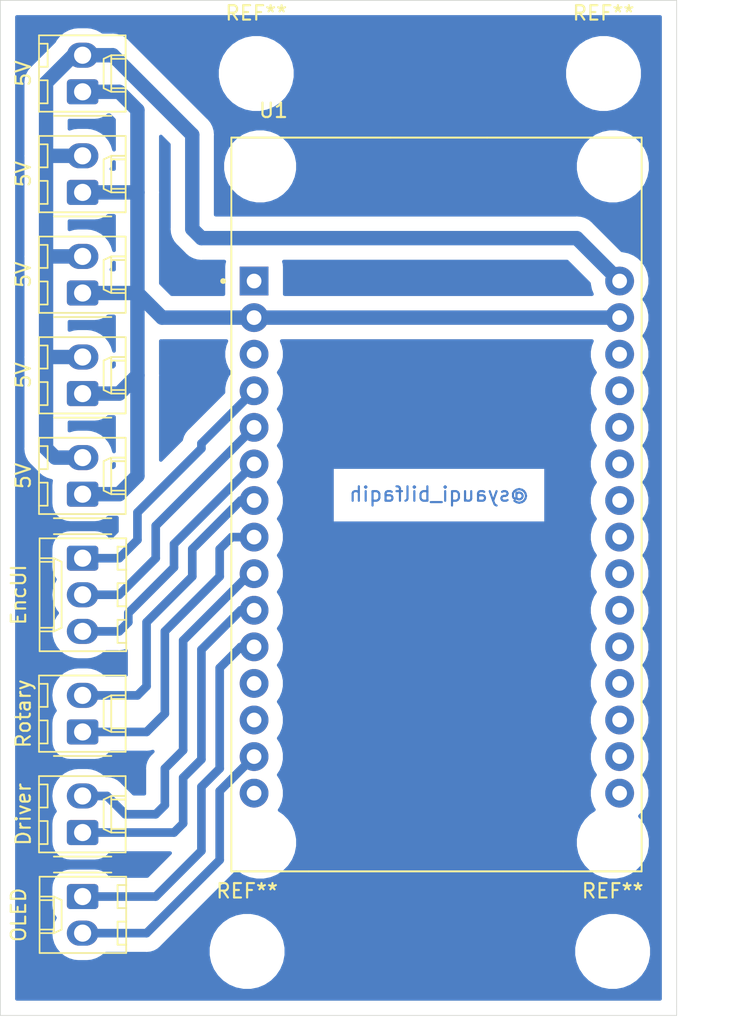
<source format=kicad_pcb>
(kicad_pcb (version 20171130) (host pcbnew "(5.1.12)-1")

  (general
    (thickness 1.6)
    (drawings 6)
    (tracks 89)
    (zones 0)
    (modules 14)
    (nets 30)
  )

  (page A4)
  (layers
    (0 F.Cu signal)
    (31 B.Cu signal)
    (32 B.Adhes user)
    (33 F.Adhes user)
    (34 B.Paste user)
    (35 F.Paste user)
    (36 B.SilkS user)
    (37 F.SilkS user)
    (38 B.Mask user)
    (39 F.Mask user)
    (40 Dwgs.User user)
    (41 Cmts.User user)
    (42 Eco1.User user)
    (43 Eco2.User user)
    (44 Edge.Cuts user)
    (45 Margin user)
    (46 B.CrtYd user)
    (47 F.CrtYd user)
    (48 B.Fab user)
    (49 F.Fab user)
  )

  (setup
    (last_trace_width 0.25)
    (user_trace_width 0.6)
    (user_trace_width 1)
    (trace_clearance 0.2)
    (zone_clearance 0.508)
    (zone_45_only no)
    (trace_min 0.2)
    (via_size 0.8)
    (via_drill 0.4)
    (via_min_size 0.4)
    (via_min_drill 0.3)
    (uvia_size 0.3)
    (uvia_drill 0.1)
    (uvias_allowed no)
    (uvia_min_size 0.2)
    (uvia_min_drill 0.1)
    (edge_width 0.05)
    (segment_width 0.2)
    (pcb_text_width 0.3)
    (pcb_text_size 1.5 1.5)
    (mod_edge_width 0.12)
    (mod_text_size 1 1)
    (mod_text_width 0.15)
    (pad_size 1.524 1.524)
    (pad_drill 0.762)
    (pad_to_mask_clearance 0)
    (aux_axis_origin 0 0)
    (visible_elements 7FFFFFFF)
    (pcbplotparams
      (layerselection 0x010fc_ffffffff)
      (usegerberextensions false)
      (usegerberattributes true)
      (usegerberadvancedattributes true)
      (creategerberjobfile true)
      (excludeedgelayer true)
      (linewidth 0.100000)
      (plotframeref false)
      (viasonmask false)
      (mode 1)
      (useauxorigin false)
      (hpglpennumber 1)
      (hpglpenspeed 20)
      (hpglpendiameter 15.000000)
      (psnegative false)
      (psa4output false)
      (plotreference true)
      (plotvalue true)
      (plotinvisibletext false)
      (padsonsilk false)
      (subtractmaskfromsilk false)
      (outputformat 1)
      (mirror false)
      (drillshape 1)
      (scaleselection 1)
      (outputdirectory ""))
  )

  (net 0 "")
  (net 1 SW)
  (net 2 DT)
  (net 3 CLK)
  (net 4 SCL)
  (net 5 SDA)
  (net 6 1B)
  (net 7 1A)
  (net 8 EncB)
  (net 9 EncA)
  (net 10 5V)
  (net 11 GND)
  (net 12 "Net-(U1-Pad16)")
  (net 13 "Net-(U1-Pad17)")
  (net 14 "Net-(U1-Pad18)")
  (net 15 "Net-(U1-Pad19)")
  (net 16 "Net-(U1-Pad20)")
  (net 17 "Net-(U1-Pad21)")
  (net 18 "Net-(U1-Pad22)")
  (net 19 "Net-(U1-Pad23)")
  (net 20 "Net-(U1-Pad24)")
  (net 21 "Net-(U1-Pad25)")
  (net 22 "Net-(U1-Pad27)")
  (net 23 "Net-(U1-Pad28)")
  (net 24 "Net-(U1-Pad15)")
  (net 25 "Net-(U1-Pad13)")
  (net 26 "Net-(U1-Pad12)")
  (net 27 "Net-(U1-Pad3)")
  (net 28 "Net-(U1-Pad1)")
  (net 29 "Net-(U1-Pad26)")

  (net_class Default "This is the default net class."
    (clearance 0.2)
    (trace_width 0.25)
    (via_dia 0.8)
    (via_drill 0.4)
    (uvia_dia 0.3)
    (uvia_drill 0.1)
    (add_net 1A)
    (add_net 1B)
    (add_net 5V)
    (add_net CLK)
    (add_net DT)
    (add_net EncA)
    (add_net EncB)
    (add_net GND)
    (add_net "Net-(U1-Pad1)")
    (add_net "Net-(U1-Pad12)")
    (add_net "Net-(U1-Pad13)")
    (add_net "Net-(U1-Pad15)")
    (add_net "Net-(U1-Pad16)")
    (add_net "Net-(U1-Pad17)")
    (add_net "Net-(U1-Pad18)")
    (add_net "Net-(U1-Pad19)")
    (add_net "Net-(U1-Pad20)")
    (add_net "Net-(U1-Pad21)")
    (add_net "Net-(U1-Pad22)")
    (add_net "Net-(U1-Pad23)")
    (add_net "Net-(U1-Pad24)")
    (add_net "Net-(U1-Pad25)")
    (add_net "Net-(U1-Pad26)")
    (add_net "Net-(U1-Pad27)")
    (add_net "Net-(U1-Pad28)")
    (add_net "Net-(U1-Pad3)")
    (add_net SCL)
    (add_net SDA)
    (add_net SW)
  )

  (module MountingHole:MountingHole_3.2mm_M3 (layer F.Cu) (tedit 56D1B4CB) (tstamp 63515349)
    (at 125.73 113.665)
    (descr "Mounting Hole 3.2mm, no annular, M3")
    (tags "mounting hole 3.2mm no annular m3")
    (attr virtual)
    (fp_text reference REF** (at 0 -4.2) (layer F.SilkS)
      (effects (font (size 1 1) (thickness 0.15)))
    )
    (fp_text value MountingHole_3.2mm_M3 (at 0 4.2) (layer F.Fab)
      (effects (font (size 1 1) (thickness 0.15)))
    )
    (fp_circle (center 0 0) (end 3.2 0) (layer Cmts.User) (width 0.15))
    (fp_circle (center 0 0) (end 3.45 0) (layer F.CrtYd) (width 0.05))
    (fp_text user %R (at 0.3 0) (layer F.Fab)
      (effects (font (size 1 1) (thickness 0.15)))
    )
    (pad 1 np_thru_hole circle (at 0 0) (size 3.2 3.2) (drill 3.2) (layers *.Cu *.Mask))
  )

  (module MountingHole:MountingHole_3.2mm_M3 (layer F.Cu) (tedit 56D1B4CB) (tstamp 63515349)
    (at 151.13 113.665)
    (descr "Mounting Hole 3.2mm, no annular, M3")
    (tags "mounting hole 3.2mm no annular m3")
    (attr virtual)
    (fp_text reference REF** (at 0 -4.2) (layer F.SilkS)
      (effects (font (size 1 1) (thickness 0.15)))
    )
    (fp_text value MountingHole_3.2mm_M3 (at 0 4.2) (layer F.Fab)
      (effects (font (size 1 1) (thickness 0.15)))
    )
    (fp_circle (center 0 0) (end 3.2 0) (layer Cmts.User) (width 0.15))
    (fp_circle (center 0 0) (end 3.45 0) (layer F.CrtYd) (width 0.05))
    (fp_text user %R (at 0.3 0) (layer F.Fab)
      (effects (font (size 1 1) (thickness 0.15)))
    )
    (pad 1 np_thru_hole circle (at 0 0) (size 3.2 3.2) (drill 3.2) (layers *.Cu *.Mask))
  )

  (module MountingHole:MountingHole_3.2mm_M3 (layer F.Cu) (tedit 56D1B4CB) (tstamp 63515349)
    (at 126.365 52.705)
    (descr "Mounting Hole 3.2mm, no annular, M3")
    (tags "mounting hole 3.2mm no annular m3")
    (attr virtual)
    (fp_text reference REF** (at 0 -4.2) (layer F.SilkS)
      (effects (font (size 1 1) (thickness 0.15)))
    )
    (fp_text value MountingHole_3.2mm_M3 (at 0 4.2) (layer F.Fab)
      (effects (font (size 1 1) (thickness 0.15)))
    )
    (fp_circle (center 0 0) (end 3.2 0) (layer Cmts.User) (width 0.15))
    (fp_circle (center 0 0) (end 3.45 0) (layer F.CrtYd) (width 0.05))
    (fp_text user %R (at 0.3 0) (layer F.Fab)
      (effects (font (size 1 1) (thickness 0.15)))
    )
    (pad 1 np_thru_hole circle (at 0 0) (size 3.2 3.2) (drill 3.2) (layers *.Cu *.Mask))
  )

  (module MountingHole:MountingHole_3.2mm_M3 (layer F.Cu) (tedit 56D1B4CB) (tstamp 63515340)
    (at 150.495 52.705)
    (descr "Mounting Hole 3.2mm, no annular, M3")
    (tags "mounting hole 3.2mm no annular m3")
    (attr virtual)
    (fp_text reference REF** (at 0 -4.2) (layer F.SilkS)
      (effects (font (size 1 1) (thickness 0.15)))
    )
    (fp_text value MountingHole_3.2mm_M3 (at 0 4.2) (layer F.Fab)
      (effects (font (size 1 1) (thickness 0.15)))
    )
    (fp_text user %R (at 0.3 0) (layer F.Fab)
      (effects (font (size 1 1) (thickness 0.15)))
    )
    (fp_circle (center 0 0) (end 3.2 0) (layer Cmts.User) (width 0.15))
    (fp_circle (center 0 0) (end 3.45 0) (layer F.CrtYd) (width 0.05))
    (pad 1 np_thru_hole circle (at 0 0) (size 3.2 3.2) (drill 3.2) (layers *.Cu *.Mask))
  )

  (module ESP32:MODULE_ESP32_DEVKIT_V1 (layer F.Cu) (tedit 621AF4E9) (tstamp 63513E95)
    (at 138.915 82.63)
    (path /6350E147)
    (fp_text reference U1 (at -11.355 -27.36) (layer F.SilkS)
      (effects (font (size 1 1) (thickness 0.15)))
    )
    (fp_text value ESP32-DEVKIT-V1 (at -0.56 27.36) (layer F.Fab)
      (effects (font (size 1 1) (thickness 0.15)))
    )
    (fp_line (start 14.48 -25.725) (end -14.53 -25.725) (layer F.CrtYd) (width 0.05))
    (fp_line (start 14.48 25.725) (end 14.48 -25.725) (layer F.CrtYd) (width 0.05))
    (fp_line (start -14.53 25.725) (end 14.48 25.725) (layer F.CrtYd) (width 0.05))
    (fp_line (start -14.53 -25.725) (end -14.53 25.725) (layer F.CrtYd) (width 0.05))
    (fp_line (start 8.78 25.475) (end 14.23 25.475) (layer F.SilkS) (width 0.127))
    (fp_line (start -8.91 25.475) (end 8.78 25.475) (layer F.SilkS) (width 0.127))
    (fp_line (start -14.28 25.475) (end -8.91 25.475) (layer F.SilkS) (width 0.127))
    (fp_line (start 14.23 -25.475) (end 14.23 25.475) (layer F.SilkS) (width 0.127))
    (fp_line (start -14.28 25.475) (end -14.28 -25.475) (layer F.SilkS) (width 0.127))
    (fp_line (start 3.5 -25.475) (end 14.23 -25.475) (layer F.SilkS) (width 0.127))
    (fp_line (start -3.211 -25.475) (end 3.5 -25.475) (layer F.SilkS) (width 0.127))
    (fp_line (start -14.28 -25.475) (end -3.211 -25.475) (layer F.SilkS) (width 0.127))
    (fp_poly (pts (xy -8.91 18.985) (xy 8.78 18.985) (xy 8.78 25.475) (xy -8.91 25.475)) (layer Dwgs.User) (width 0.01))
    (fp_poly (pts (xy -8.91 18.985) (xy 8.78 18.985) (xy 8.78 25.475) (xy -8.91 25.475)) (layer Dwgs.User) (width 0.01))
    (fp_poly (pts (xy -8.91 18.985) (xy 8.78 18.985) (xy 8.78 25.475) (xy -8.91 25.475)) (layer Dwgs.User) (width 0.01))
    (fp_line (start -3.211 -21.585) (end -3.211 -25.475) (layer F.Fab) (width 0.127))
    (fp_line (start 3.5 -21.585) (end -3.211 -21.585) (layer F.Fab) (width 0.127))
    (fp_line (start 3.5 -25.475) (end 3.5 -21.585) (layer F.Fab) (width 0.127))
    (fp_line (start -8.91 18.985) (end 8.78 18.985) (layer F.Fab) (width 0.127))
    (fp_line (start 8.78 18.985) (end 8.78 25.475) (layer F.Fab) (width 0.127))
    (fp_line (start 8.78 6.355) (end 8.78 18.985) (layer F.Fab) (width 0.127))
    (fp_line (start -8.91 6.355) (end 8.78 6.355) (layer F.Fab) (width 0.127))
    (fp_line (start -8.91 18.985) (end -8.91 6.355) (layer F.Fab) (width 0.127))
    (fp_line (start -8.91 25.475) (end -8.91 18.985) (layer F.Fab) (width 0.127))
    (fp_line (start 8.78 25.475) (end 14.23 25.475) (layer F.Fab) (width 0.127))
    (fp_line (start -8.91 25.475) (end 8.78 25.475) (layer F.Fab) (width 0.127))
    (fp_line (start -14.28 25.475) (end -8.91 25.475) (layer F.Fab) (width 0.127))
    (fp_line (start 14.23 -25.475) (end 14.23 25.475) (layer F.Fab) (width 0.127))
    (fp_circle (center -14.85 -15.515) (end -14.75 -15.515) (layer F.Fab) (width 0.2))
    (fp_circle (center -14.85 -15.515) (end -14.75 -15.515) (layer F.SilkS) (width 0.2))
    (fp_line (start -14.28 25.475) (end -14.28 -25.475) (layer F.SilkS) (width 0.127))
    (fp_line (start -14.28 -25.475) (end 14.23 -25.475) (layer F.SilkS) (width 0.127))
    (fp_line (start -14.28 25.475) (end -14.28 -25.475) (layer F.Fab) (width 0.127))
    (fp_line (start 14.23 25.475) (end -14.28 25.475) (layer F.SilkS) (width 0.127))
    (fp_line (start 14.23 -25.475) (end 14.23 25.475) (layer F.SilkS) (width 0.127))
    (fp_line (start 3.5 -25.475) (end 14.23 -25.475) (layer F.Fab) (width 0.127))
    (fp_line (start -3.211 -25.475) (end 3.5 -25.475) (layer F.Fab) (width 0.127))
    (fp_line (start -14.28 -25.475) (end -3.211 -25.475) (layer F.Fab) (width 0.127))
    (pad None np_thru_hole circle (at -12.28 -23.475) (size 3 3) (drill 3) (layers *.Cu *.Mask))
    (pad None np_thru_hole circle (at 12.23 -23.475) (size 3 3) (drill 3) (layers *.Cu *.Mask))
    (pad None np_thru_hole circle (at 12.23 23.475) (size 3 3) (drill 3) (layers *.Cu *.Mask))
    (pad None np_thru_hole circle (at -12.28 23.475) (size 3 3) (drill 3) (layers *.Cu *.Mask))
    (pad 16 thru_hole circle (at 12.7 20.045) (size 2 2) (drill 1.02) (layers *.Cu *.Mask)
      (net 12 "Net-(U1-Pad16)"))
    (pad 17 thru_hole circle (at 12.7 17.505) (size 2 2) (drill 1.02) (layers *.Cu *.Mask)
      (net 13 "Net-(U1-Pad17)"))
    (pad 18 thru_hole circle (at 12.7 14.965) (size 2 2) (drill 1.02) (layers *.Cu *.Mask)
      (net 14 "Net-(U1-Pad18)"))
    (pad 19 thru_hole circle (at 12.7 12.425) (size 2 2) (drill 1.02) (layers *.Cu *.Mask)
      (net 15 "Net-(U1-Pad19)"))
    (pad 20 thru_hole circle (at 12.7 9.885) (size 2 2) (drill 1.02) (layers *.Cu *.Mask)
      (net 16 "Net-(U1-Pad20)"))
    (pad 21 thru_hole circle (at 12.7 7.345) (size 2 2) (drill 1.02) (layers *.Cu *.Mask)
      (net 17 "Net-(U1-Pad21)"))
    (pad 22 thru_hole circle (at 12.7 4.805) (size 2 2) (drill 1.02) (layers *.Cu *.Mask)
      (net 18 "Net-(U1-Pad22)"))
    (pad 23 thru_hole circle (at 12.7 2.265) (size 2 2) (drill 1.02) (layers *.Cu *.Mask)
      (net 19 "Net-(U1-Pad23)"))
    (pad 24 thru_hole circle (at 12.7 -0.275) (size 2 2) (drill 1.02) (layers *.Cu *.Mask)
      (net 20 "Net-(U1-Pad24)"))
    (pad 25 thru_hole circle (at 12.7 -2.815) (size 2 2) (drill 1.02) (layers *.Cu *.Mask)
      (net 21 "Net-(U1-Pad25)"))
    (pad 26 thru_hole circle (at 12.7 -5.355) (size 2 2) (drill 1.02) (layers *.Cu *.Mask)
      (net 29 "Net-(U1-Pad26)"))
    (pad 27 thru_hole circle (at 12.7 -7.895) (size 2 2) (drill 1.02) (layers *.Cu *.Mask)
      (net 22 "Net-(U1-Pad27)"))
    (pad 28 thru_hole circle (at 12.7 -10.435) (size 2 2) (drill 1.02) (layers *.Cu *.Mask)
      (net 23 "Net-(U1-Pad28)"))
    (pad 29 thru_hole circle (at 12.7 -12.975) (size 2 2) (drill 1.02) (layers *.Cu *.Mask)
      (net 11 GND))
    (pad 30 thru_hole circle (at 12.7 -15.515) (size 2 2) (drill 1.02) (layers *.Cu *.Mask)
      (net 10 5V))
    (pad 15 thru_hole circle (at -12.7 20.045) (size 2 2) (drill 1.02) (layers *.Cu *.Mask)
      (net 24 "Net-(U1-Pad15)"))
    (pad 14 thru_hole circle (at -12.7 17.505) (size 2 2) (drill 1.02) (layers *.Cu *.Mask)
      (net 4 SCL))
    (pad 13 thru_hole circle (at -12.7 14.965) (size 2 2) (drill 1.02) (layers *.Cu *.Mask)
      (net 25 "Net-(U1-Pad13)"))
    (pad 12 thru_hole circle (at -12.7 12.425) (size 2 2) (drill 1.02) (layers *.Cu *.Mask)
      (net 26 "Net-(U1-Pad12)"))
    (pad 11 thru_hole circle (at -12.7 9.885) (size 2 2) (drill 1.02) (layers *.Cu *.Mask)
      (net 5 SDA))
    (pad 10 thru_hole circle (at -12.7 7.345) (size 2 2) (drill 1.02) (layers *.Cu *.Mask)
      (net 7 1A))
    (pad 9 thru_hole circle (at -12.7 4.805) (size 2 2) (drill 1.02) (layers *.Cu *.Mask)
      (net 6 1B))
    (pad 8 thru_hole circle (at -12.7 2.265) (size 2 2) (drill 1.02) (layers *.Cu *.Mask)
      (net 9 EncA))
    (pad 7 thru_hole circle (at -12.7 -0.275) (size 2 2) (drill 1.02) (layers *.Cu *.Mask)
      (net 8 EncB))
    (pad 6 thru_hole circle (at -12.7 -2.815) (size 2 2) (drill 1.02) (layers *.Cu *.Mask)
      (net 1 SW))
    (pad 5 thru_hole circle (at -12.7 -5.355) (size 2 2) (drill 1.02) (layers *.Cu *.Mask)
      (net 2 DT))
    (pad 4 thru_hole circle (at -12.7 -7.895) (size 2 2) (drill 1.02) (layers *.Cu *.Mask)
      (net 3 CLK))
    (pad 3 thru_hole circle (at -12.7 -10.435) (size 2 2) (drill 1.02) (layers *.Cu *.Mask)
      (net 27 "Net-(U1-Pad3)"))
    (pad 2 thru_hole circle (at -12.7 -12.975) (size 2 2) (drill 1.02) (layers *.Cu *.Mask)
      (net 11 GND))
    (pad 1 thru_hole rect (at -12.7 -15.515) (size 2 2) (drill 1.02) (layers *.Cu *.Mask)
      (net 28 "Net-(U1-Pad1)"))
  )

  (module Connector_Molex:Molex_KK-254_AE-6410-02A_1x02_P2.54mm_Vertical (layer F.Cu) (tedit 5EA53D3B) (tstamp 63513E49)
    (at 114.3 53.975 90)
    (descr "Molex KK-254 Interconnect System, old/engineering part number: AE-6410-02A example for new part number: 22-27-2021, 2 Pins (http://www.molex.com/pdm_docs/sd/022272021_sd.pdf), generated with kicad-footprint-generator")
    (tags "connector Molex KK-254 vertical")
    (path /63516A24)
    (fp_text reference 5V (at 1.27 -4.12 90) (layer F.SilkS)
      (effects (font (size 1 1) (thickness 0.15)))
    )
    (fp_text value SupplyEncUI (at 1.27 4.08 90) (layer F.Fab)
      (effects (font (size 1 1) (thickness 0.15)))
    )
    (fp_line (start 4.31 -3.42) (end -1.77 -3.42) (layer F.CrtYd) (width 0.05))
    (fp_line (start 4.31 3.38) (end 4.31 -3.42) (layer F.CrtYd) (width 0.05))
    (fp_line (start -1.77 3.38) (end 4.31 3.38) (layer F.CrtYd) (width 0.05))
    (fp_line (start -1.77 -3.42) (end -1.77 3.38) (layer F.CrtYd) (width 0.05))
    (fp_line (start 3.34 -2.43) (end 3.34 -3.03) (layer F.SilkS) (width 0.12))
    (fp_line (start 1.74 -2.43) (end 3.34 -2.43) (layer F.SilkS) (width 0.12))
    (fp_line (start 1.74 -3.03) (end 1.74 -2.43) (layer F.SilkS) (width 0.12))
    (fp_line (start 0.8 -2.43) (end 0.8 -3.03) (layer F.SilkS) (width 0.12))
    (fp_line (start -0.8 -2.43) (end 0.8 -2.43) (layer F.SilkS) (width 0.12))
    (fp_line (start -0.8 -3.03) (end -0.8 -2.43) (layer F.SilkS) (width 0.12))
    (fp_line (start 2.29 2.99) (end 2.29 1.99) (layer F.SilkS) (width 0.12))
    (fp_line (start 0.25 2.99) (end 0.25 1.99) (layer F.SilkS) (width 0.12))
    (fp_line (start 2.29 1.46) (end 2.54 1.99) (layer F.SilkS) (width 0.12))
    (fp_line (start 0.25 1.46) (end 2.29 1.46) (layer F.SilkS) (width 0.12))
    (fp_line (start 0 1.99) (end 0.25 1.46) (layer F.SilkS) (width 0.12))
    (fp_line (start 2.54 1.99) (end 2.54 2.99) (layer F.SilkS) (width 0.12))
    (fp_line (start 0 1.99) (end 2.54 1.99) (layer F.SilkS) (width 0.12))
    (fp_line (start 0 2.99) (end 0 1.99) (layer F.SilkS) (width 0.12))
    (fp_line (start -0.562893 0) (end -1.27 0.5) (layer F.Fab) (width 0.1))
    (fp_line (start -1.27 -0.5) (end -0.562893 0) (layer F.Fab) (width 0.1))
    (fp_line (start -1.67 -2) (end -1.67 2) (layer F.SilkS) (width 0.12))
    (fp_line (start 3.92 -3.03) (end -1.38 -3.03) (layer F.SilkS) (width 0.12))
    (fp_line (start 3.92 2.99) (end 3.92 -3.03) (layer F.SilkS) (width 0.12))
    (fp_line (start -1.38 2.99) (end 3.92 2.99) (layer F.SilkS) (width 0.12))
    (fp_line (start -1.38 -3.03) (end -1.38 2.99) (layer F.SilkS) (width 0.12))
    (fp_line (start 3.81 -2.92) (end -1.27 -2.92) (layer F.Fab) (width 0.1))
    (fp_line (start 3.81 2.88) (end 3.81 -2.92) (layer F.Fab) (width 0.1))
    (fp_line (start -1.27 2.88) (end 3.81 2.88) (layer F.Fab) (width 0.1))
    (fp_line (start -1.27 -2.92) (end -1.27 2.88) (layer F.Fab) (width 0.1))
    (fp_text user %R (at 1.27 -2.22 90) (layer F.Fab)
      (effects (font (size 1 1) (thickness 0.15)))
    )
    (pad 2 thru_hole oval (at 2.54 0 90) (size 1.74 2.19) (drill 1.19) (layers *.Cu *.Mask)
      (net 10 5V))
    (pad 1 thru_hole roundrect (at 0 0 90) (size 1.74 2.19) (drill 1.19) (layers *.Cu *.Mask) (roundrect_rratio 0.143678)
      (net 11 GND))
    (model ${KISYS3DMOD}/Connector_Molex.3dshapes/Molex_KK-254_AE-6410-02A_1x02_P2.54mm_Vertical.wrl
      (at (xyz 0 0 0))
      (scale (xyz 1 1 1))
      (rotate (xyz 0 0 0))
    )
  )

  (module Connector_Molex:Molex_KK-254_AE-6410-02A_1x02_P2.54mm_Vertical (layer F.Cu) (tedit 5EA53D3B) (tstamp 63513E25)
    (at 114.3 60.96 90)
    (descr "Molex KK-254 Interconnect System, old/engineering part number: AE-6410-02A example for new part number: 22-27-2021, 2 Pins (http://www.molex.com/pdm_docs/sd/022272021_sd.pdf), generated with kicad-footprint-generator")
    (tags "connector Molex KK-254 vertical")
    (path /635167C7)
    (fp_text reference 5V (at 1.27 -4.12 90) (layer F.SilkS)
      (effects (font (size 1 1) (thickness 0.15)))
    )
    (fp_text value SupplyOled (at 1.27 4.08 90) (layer F.Fab)
      (effects (font (size 1 1) (thickness 0.15)))
    )
    (fp_line (start 4.31 -3.42) (end -1.77 -3.42) (layer F.CrtYd) (width 0.05))
    (fp_line (start 4.31 3.38) (end 4.31 -3.42) (layer F.CrtYd) (width 0.05))
    (fp_line (start -1.77 3.38) (end 4.31 3.38) (layer F.CrtYd) (width 0.05))
    (fp_line (start -1.77 -3.42) (end -1.77 3.38) (layer F.CrtYd) (width 0.05))
    (fp_line (start 3.34 -2.43) (end 3.34 -3.03) (layer F.SilkS) (width 0.12))
    (fp_line (start 1.74 -2.43) (end 3.34 -2.43) (layer F.SilkS) (width 0.12))
    (fp_line (start 1.74 -3.03) (end 1.74 -2.43) (layer F.SilkS) (width 0.12))
    (fp_line (start 0.8 -2.43) (end 0.8 -3.03) (layer F.SilkS) (width 0.12))
    (fp_line (start -0.8 -2.43) (end 0.8 -2.43) (layer F.SilkS) (width 0.12))
    (fp_line (start -0.8 -3.03) (end -0.8 -2.43) (layer F.SilkS) (width 0.12))
    (fp_line (start 2.29 2.99) (end 2.29 1.99) (layer F.SilkS) (width 0.12))
    (fp_line (start 0.25 2.99) (end 0.25 1.99) (layer F.SilkS) (width 0.12))
    (fp_line (start 2.29 1.46) (end 2.54 1.99) (layer F.SilkS) (width 0.12))
    (fp_line (start 0.25 1.46) (end 2.29 1.46) (layer F.SilkS) (width 0.12))
    (fp_line (start 0 1.99) (end 0.25 1.46) (layer F.SilkS) (width 0.12))
    (fp_line (start 2.54 1.99) (end 2.54 2.99) (layer F.SilkS) (width 0.12))
    (fp_line (start 0 1.99) (end 2.54 1.99) (layer F.SilkS) (width 0.12))
    (fp_line (start 0 2.99) (end 0 1.99) (layer F.SilkS) (width 0.12))
    (fp_line (start -0.562893 0) (end -1.27 0.5) (layer F.Fab) (width 0.1))
    (fp_line (start -1.27 -0.5) (end -0.562893 0) (layer F.Fab) (width 0.1))
    (fp_line (start -1.67 -2) (end -1.67 2) (layer F.SilkS) (width 0.12))
    (fp_line (start 3.92 -3.03) (end -1.38 -3.03) (layer F.SilkS) (width 0.12))
    (fp_line (start 3.92 2.99) (end 3.92 -3.03) (layer F.SilkS) (width 0.12))
    (fp_line (start -1.38 2.99) (end 3.92 2.99) (layer F.SilkS) (width 0.12))
    (fp_line (start -1.38 -3.03) (end -1.38 2.99) (layer F.SilkS) (width 0.12))
    (fp_line (start 3.81 -2.92) (end -1.27 -2.92) (layer F.Fab) (width 0.1))
    (fp_line (start 3.81 2.88) (end 3.81 -2.92) (layer F.Fab) (width 0.1))
    (fp_line (start -1.27 2.88) (end 3.81 2.88) (layer F.Fab) (width 0.1))
    (fp_line (start -1.27 -2.92) (end -1.27 2.88) (layer F.Fab) (width 0.1))
    (fp_text user %R (at 1.27 -2.22 90) (layer F.Fab)
      (effects (font (size 1 1) (thickness 0.15)))
    )
    (pad 2 thru_hole oval (at 2.54 0 90) (size 1.74 2.19) (drill 1.19) (layers *.Cu *.Mask)
      (net 10 5V))
    (pad 1 thru_hole roundrect (at 0 0 90) (size 1.74 2.19) (drill 1.19) (layers *.Cu *.Mask) (roundrect_rratio 0.143678)
      (net 11 GND))
    (model ${KISYS3DMOD}/Connector_Molex.3dshapes/Molex_KK-254_AE-6410-02A_1x02_P2.54mm_Vertical.wrl
      (at (xyz 0 0 0))
      (scale (xyz 1 1 1))
      (rotate (xyz 0 0 0))
    )
  )

  (module Connector_Molex:Molex_KK-254_AE-6410-02A_1x02_P2.54mm_Vertical (layer F.Cu) (tedit 5EA53D3B) (tstamp 63513E01)
    (at 114.3 74.93 90)
    (descr "Molex KK-254 Interconnect System, old/engineering part number: AE-6410-02A example for new part number: 22-27-2021, 2 Pins (http://www.molex.com/pdm_docs/sd/022272021_sd.pdf), generated with kicad-footprint-generator")
    (tags "connector Molex KK-254 vertical")
    (path /635163E0)
    (fp_text reference 5V (at 1.27 -4.12 90) (layer F.SilkS)
      (effects (font (size 1 1) (thickness 0.15)))
    )
    (fp_text value SupplyDriver (at 1.27 4.08 90) (layer F.Fab)
      (effects (font (size 1 1) (thickness 0.15)))
    )
    (fp_line (start 4.31 -3.42) (end -1.77 -3.42) (layer F.CrtYd) (width 0.05))
    (fp_line (start 4.31 3.38) (end 4.31 -3.42) (layer F.CrtYd) (width 0.05))
    (fp_line (start -1.77 3.38) (end 4.31 3.38) (layer F.CrtYd) (width 0.05))
    (fp_line (start -1.77 -3.42) (end -1.77 3.38) (layer F.CrtYd) (width 0.05))
    (fp_line (start 3.34 -2.43) (end 3.34 -3.03) (layer F.SilkS) (width 0.12))
    (fp_line (start 1.74 -2.43) (end 3.34 -2.43) (layer F.SilkS) (width 0.12))
    (fp_line (start 1.74 -3.03) (end 1.74 -2.43) (layer F.SilkS) (width 0.12))
    (fp_line (start 0.8 -2.43) (end 0.8 -3.03) (layer F.SilkS) (width 0.12))
    (fp_line (start -0.8 -2.43) (end 0.8 -2.43) (layer F.SilkS) (width 0.12))
    (fp_line (start -0.8 -3.03) (end -0.8 -2.43) (layer F.SilkS) (width 0.12))
    (fp_line (start 2.29 2.99) (end 2.29 1.99) (layer F.SilkS) (width 0.12))
    (fp_line (start 0.25 2.99) (end 0.25 1.99) (layer F.SilkS) (width 0.12))
    (fp_line (start 2.29 1.46) (end 2.54 1.99) (layer F.SilkS) (width 0.12))
    (fp_line (start 0.25 1.46) (end 2.29 1.46) (layer F.SilkS) (width 0.12))
    (fp_line (start 0 1.99) (end 0.25 1.46) (layer F.SilkS) (width 0.12))
    (fp_line (start 2.54 1.99) (end 2.54 2.99) (layer F.SilkS) (width 0.12))
    (fp_line (start 0 1.99) (end 2.54 1.99) (layer F.SilkS) (width 0.12))
    (fp_line (start 0 2.99) (end 0 1.99) (layer F.SilkS) (width 0.12))
    (fp_line (start -0.562893 0) (end -1.27 0.5) (layer F.Fab) (width 0.1))
    (fp_line (start -1.27 -0.5) (end -0.562893 0) (layer F.Fab) (width 0.1))
    (fp_line (start -1.67 -2) (end -1.67 2) (layer F.SilkS) (width 0.12))
    (fp_line (start 3.92 -3.03) (end -1.38 -3.03) (layer F.SilkS) (width 0.12))
    (fp_line (start 3.92 2.99) (end 3.92 -3.03) (layer F.SilkS) (width 0.12))
    (fp_line (start -1.38 2.99) (end 3.92 2.99) (layer F.SilkS) (width 0.12))
    (fp_line (start -1.38 -3.03) (end -1.38 2.99) (layer F.SilkS) (width 0.12))
    (fp_line (start 3.81 -2.92) (end -1.27 -2.92) (layer F.Fab) (width 0.1))
    (fp_line (start 3.81 2.88) (end 3.81 -2.92) (layer F.Fab) (width 0.1))
    (fp_line (start -1.27 2.88) (end 3.81 2.88) (layer F.Fab) (width 0.1))
    (fp_line (start -1.27 -2.92) (end -1.27 2.88) (layer F.Fab) (width 0.1))
    (fp_text user %R (at 1.27 -2.22 90) (layer F.Fab)
      (effects (font (size 1 1) (thickness 0.15)))
    )
    (pad 2 thru_hole oval (at 2.54 0 90) (size 1.74 2.19) (drill 1.19) (layers *.Cu *.Mask)
      (net 10 5V))
    (pad 1 thru_hole roundrect (at 0 0 90) (size 1.74 2.19) (drill 1.19) (layers *.Cu *.Mask) (roundrect_rratio 0.143678)
      (net 11 GND))
    (model ${KISYS3DMOD}/Connector_Molex.3dshapes/Molex_KK-254_AE-6410-02A_1x02_P2.54mm_Vertical.wrl
      (at (xyz 0 0 0))
      (scale (xyz 1 1 1))
      (rotate (xyz 0 0 0))
    )
  )

  (module Connector_Molex:Molex_KK-254_AE-6410-02A_1x02_P2.54mm_Vertical (layer F.Cu) (tedit 5EA53D3B) (tstamp 63513DDD)
    (at 114.3 81.915 90)
    (descr "Molex KK-254 Interconnect System, old/engineering part number: AE-6410-02A example for new part number: 22-27-2021, 2 Pins (http://www.molex.com/pdm_docs/sd/022272021_sd.pdf), generated with kicad-footprint-generator")
    (tags "connector Molex KK-254 vertical")
    (path /635160B5)
    (fp_text reference 5V (at 1.27 -4.12 90) (layer F.SilkS)
      (effects (font (size 1 1) (thickness 0.15)))
    )
    (fp_text value SupplyRotary (at 1.27 4.08 90) (layer F.Fab)
      (effects (font (size 1 1) (thickness 0.15)))
    )
    (fp_line (start 4.31 -3.42) (end -1.77 -3.42) (layer F.CrtYd) (width 0.05))
    (fp_line (start 4.31 3.38) (end 4.31 -3.42) (layer F.CrtYd) (width 0.05))
    (fp_line (start -1.77 3.38) (end 4.31 3.38) (layer F.CrtYd) (width 0.05))
    (fp_line (start -1.77 -3.42) (end -1.77 3.38) (layer F.CrtYd) (width 0.05))
    (fp_line (start 3.34 -2.43) (end 3.34 -3.03) (layer F.SilkS) (width 0.12))
    (fp_line (start 1.74 -2.43) (end 3.34 -2.43) (layer F.SilkS) (width 0.12))
    (fp_line (start 1.74 -3.03) (end 1.74 -2.43) (layer F.SilkS) (width 0.12))
    (fp_line (start 0.8 -2.43) (end 0.8 -3.03) (layer F.SilkS) (width 0.12))
    (fp_line (start -0.8 -2.43) (end 0.8 -2.43) (layer F.SilkS) (width 0.12))
    (fp_line (start -0.8 -3.03) (end -0.8 -2.43) (layer F.SilkS) (width 0.12))
    (fp_line (start 2.29 2.99) (end 2.29 1.99) (layer F.SilkS) (width 0.12))
    (fp_line (start 0.25 2.99) (end 0.25 1.99) (layer F.SilkS) (width 0.12))
    (fp_line (start 2.29 1.46) (end 2.54 1.99) (layer F.SilkS) (width 0.12))
    (fp_line (start 0.25 1.46) (end 2.29 1.46) (layer F.SilkS) (width 0.12))
    (fp_line (start 0 1.99) (end 0.25 1.46) (layer F.SilkS) (width 0.12))
    (fp_line (start 2.54 1.99) (end 2.54 2.99) (layer F.SilkS) (width 0.12))
    (fp_line (start 0 1.99) (end 2.54 1.99) (layer F.SilkS) (width 0.12))
    (fp_line (start 0 2.99) (end 0 1.99) (layer F.SilkS) (width 0.12))
    (fp_line (start -0.562893 0) (end -1.27 0.5) (layer F.Fab) (width 0.1))
    (fp_line (start -1.27 -0.5) (end -0.562893 0) (layer F.Fab) (width 0.1))
    (fp_line (start -1.67 -2) (end -1.67 2) (layer F.SilkS) (width 0.12))
    (fp_line (start 3.92 -3.03) (end -1.38 -3.03) (layer F.SilkS) (width 0.12))
    (fp_line (start 3.92 2.99) (end 3.92 -3.03) (layer F.SilkS) (width 0.12))
    (fp_line (start -1.38 2.99) (end 3.92 2.99) (layer F.SilkS) (width 0.12))
    (fp_line (start -1.38 -3.03) (end -1.38 2.99) (layer F.SilkS) (width 0.12))
    (fp_line (start 3.81 -2.92) (end -1.27 -2.92) (layer F.Fab) (width 0.1))
    (fp_line (start 3.81 2.88) (end 3.81 -2.92) (layer F.Fab) (width 0.1))
    (fp_line (start -1.27 2.88) (end 3.81 2.88) (layer F.Fab) (width 0.1))
    (fp_line (start -1.27 -2.92) (end -1.27 2.88) (layer F.Fab) (width 0.1))
    (fp_text user %R (at 1.27 -2.22 90) (layer F.Fab)
      (effects (font (size 1 1) (thickness 0.15)))
    )
    (pad 2 thru_hole oval (at 2.54 0 90) (size 1.74 2.19) (drill 1.19) (layers *.Cu *.Mask)
      (net 10 5V))
    (pad 1 thru_hole roundrect (at 0 0 90) (size 1.74 2.19) (drill 1.19) (layers *.Cu *.Mask) (roundrect_rratio 0.143678)
      (net 11 GND))
    (model ${KISYS3DMOD}/Connector_Molex.3dshapes/Molex_KK-254_AE-6410-02A_1x02_P2.54mm_Vertical.wrl
      (at (xyz 0 0 0))
      (scale (xyz 1 1 1))
      (rotate (xyz 0 0 0))
    )
  )

  (module Connector_Molex:Molex_KK-254_AE-6410-02A_1x02_P2.54mm_Vertical (layer F.Cu) (tedit 5EA53D3B) (tstamp 63513DB9)
    (at 114.3 67.945 90)
    (descr "Molex KK-254 Interconnect System, old/engineering part number: AE-6410-02A example for new part number: 22-27-2021, 2 Pins (http://www.molex.com/pdm_docs/sd/022272021_sd.pdf), generated with kicad-footprint-generator")
    (tags "connector Molex KK-254 vertical")
    (path /635117E3)
    (fp_text reference 5V (at 1.27 -4.12 90) (layer F.SilkS)
      (effects (font (size 1 1) (thickness 0.15)))
    )
    (fp_text value PowerSupply (at 1.27 4.08 90) (layer F.Fab)
      (effects (font (size 1 1) (thickness 0.15)))
    )
    (fp_line (start 4.31 -3.42) (end -1.77 -3.42) (layer F.CrtYd) (width 0.05))
    (fp_line (start 4.31 3.38) (end 4.31 -3.42) (layer F.CrtYd) (width 0.05))
    (fp_line (start -1.77 3.38) (end 4.31 3.38) (layer F.CrtYd) (width 0.05))
    (fp_line (start -1.77 -3.42) (end -1.77 3.38) (layer F.CrtYd) (width 0.05))
    (fp_line (start 3.34 -2.43) (end 3.34 -3.03) (layer F.SilkS) (width 0.12))
    (fp_line (start 1.74 -2.43) (end 3.34 -2.43) (layer F.SilkS) (width 0.12))
    (fp_line (start 1.74 -3.03) (end 1.74 -2.43) (layer F.SilkS) (width 0.12))
    (fp_line (start 0.8 -2.43) (end 0.8 -3.03) (layer F.SilkS) (width 0.12))
    (fp_line (start -0.8 -2.43) (end 0.8 -2.43) (layer F.SilkS) (width 0.12))
    (fp_line (start -0.8 -3.03) (end -0.8 -2.43) (layer F.SilkS) (width 0.12))
    (fp_line (start 2.29 2.99) (end 2.29 1.99) (layer F.SilkS) (width 0.12))
    (fp_line (start 0.25 2.99) (end 0.25 1.99) (layer F.SilkS) (width 0.12))
    (fp_line (start 2.29 1.46) (end 2.54 1.99) (layer F.SilkS) (width 0.12))
    (fp_line (start 0.25 1.46) (end 2.29 1.46) (layer F.SilkS) (width 0.12))
    (fp_line (start 0 1.99) (end 0.25 1.46) (layer F.SilkS) (width 0.12))
    (fp_line (start 2.54 1.99) (end 2.54 2.99) (layer F.SilkS) (width 0.12))
    (fp_line (start 0 1.99) (end 2.54 1.99) (layer F.SilkS) (width 0.12))
    (fp_line (start 0 2.99) (end 0 1.99) (layer F.SilkS) (width 0.12))
    (fp_line (start -0.562893 0) (end -1.27 0.5) (layer F.Fab) (width 0.1))
    (fp_line (start -1.27 -0.5) (end -0.562893 0) (layer F.Fab) (width 0.1))
    (fp_line (start -1.67 -2) (end -1.67 2) (layer F.SilkS) (width 0.12))
    (fp_line (start 3.92 -3.03) (end -1.38 -3.03) (layer F.SilkS) (width 0.12))
    (fp_line (start 3.92 2.99) (end 3.92 -3.03) (layer F.SilkS) (width 0.12))
    (fp_line (start -1.38 2.99) (end 3.92 2.99) (layer F.SilkS) (width 0.12))
    (fp_line (start -1.38 -3.03) (end -1.38 2.99) (layer F.SilkS) (width 0.12))
    (fp_line (start 3.81 -2.92) (end -1.27 -2.92) (layer F.Fab) (width 0.1))
    (fp_line (start 3.81 2.88) (end 3.81 -2.92) (layer F.Fab) (width 0.1))
    (fp_line (start -1.27 2.88) (end 3.81 2.88) (layer F.Fab) (width 0.1))
    (fp_line (start -1.27 -2.92) (end -1.27 2.88) (layer F.Fab) (width 0.1))
    (fp_text user %R (at 1.27 -2.22 90) (layer F.Fab)
      (effects (font (size 1 1) (thickness 0.15)))
    )
    (pad 2 thru_hole oval (at 2.54 0 90) (size 1.74 2.19) (drill 1.19) (layers *.Cu *.Mask)
      (net 10 5V))
    (pad 1 thru_hole roundrect (at 0 0 90) (size 1.74 2.19) (drill 1.19) (layers *.Cu *.Mask) (roundrect_rratio 0.143678)
      (net 11 GND))
    (model ${KISYS3DMOD}/Connector_Molex.3dshapes/Molex_KK-254_AE-6410-02A_1x02_P2.54mm_Vertical.wrl
      (at (xyz 0 0 0))
      (scale (xyz 1 1 1))
      (rotate (xyz 0 0 0))
    )
  )

  (module Connector_Molex:Molex_KK-254_AE-6410-02A_1x02_P2.54mm_Vertical (layer F.Cu) (tedit 5EA53D3B) (tstamp 63513D95)
    (at 114.3 98.425 90)
    (descr "Molex KK-254 Interconnect System, old/engineering part number: AE-6410-02A example for new part number: 22-27-2021, 2 Pins (http://www.molex.com/pdm_docs/sd/022272021_sd.pdf), generated with kicad-footprint-generator")
    (tags "connector Molex KK-254 vertical")
    (path /6351BB2D)
    (fp_text reference Rotary (at 1.27 -4.12 90) (layer F.SilkS)
      (effects (font (size 1 1) (thickness 0.15)))
    )
    (fp_text value Rotary (at 1.27 4.08 90) (layer F.Fab)
      (effects (font (size 1 1) (thickness 0.15)))
    )
    (fp_line (start 4.31 -3.42) (end -1.77 -3.42) (layer F.CrtYd) (width 0.05))
    (fp_line (start 4.31 3.38) (end 4.31 -3.42) (layer F.CrtYd) (width 0.05))
    (fp_line (start -1.77 3.38) (end 4.31 3.38) (layer F.CrtYd) (width 0.05))
    (fp_line (start -1.77 -3.42) (end -1.77 3.38) (layer F.CrtYd) (width 0.05))
    (fp_line (start 3.34 -2.43) (end 3.34 -3.03) (layer F.SilkS) (width 0.12))
    (fp_line (start 1.74 -2.43) (end 3.34 -2.43) (layer F.SilkS) (width 0.12))
    (fp_line (start 1.74 -3.03) (end 1.74 -2.43) (layer F.SilkS) (width 0.12))
    (fp_line (start 0.8 -2.43) (end 0.8 -3.03) (layer F.SilkS) (width 0.12))
    (fp_line (start -0.8 -2.43) (end 0.8 -2.43) (layer F.SilkS) (width 0.12))
    (fp_line (start -0.8 -3.03) (end -0.8 -2.43) (layer F.SilkS) (width 0.12))
    (fp_line (start 2.29 2.99) (end 2.29 1.99) (layer F.SilkS) (width 0.12))
    (fp_line (start 0.25 2.99) (end 0.25 1.99) (layer F.SilkS) (width 0.12))
    (fp_line (start 2.29 1.46) (end 2.54 1.99) (layer F.SilkS) (width 0.12))
    (fp_line (start 0.25 1.46) (end 2.29 1.46) (layer F.SilkS) (width 0.12))
    (fp_line (start 0 1.99) (end 0.25 1.46) (layer F.SilkS) (width 0.12))
    (fp_line (start 2.54 1.99) (end 2.54 2.99) (layer F.SilkS) (width 0.12))
    (fp_line (start 0 1.99) (end 2.54 1.99) (layer F.SilkS) (width 0.12))
    (fp_line (start 0 2.99) (end 0 1.99) (layer F.SilkS) (width 0.12))
    (fp_line (start -0.562893 0) (end -1.27 0.5) (layer F.Fab) (width 0.1))
    (fp_line (start -1.27 -0.5) (end -0.562893 0) (layer F.Fab) (width 0.1))
    (fp_line (start -1.67 -2) (end -1.67 2) (layer F.SilkS) (width 0.12))
    (fp_line (start 3.92 -3.03) (end -1.38 -3.03) (layer F.SilkS) (width 0.12))
    (fp_line (start 3.92 2.99) (end 3.92 -3.03) (layer F.SilkS) (width 0.12))
    (fp_line (start -1.38 2.99) (end 3.92 2.99) (layer F.SilkS) (width 0.12))
    (fp_line (start -1.38 -3.03) (end -1.38 2.99) (layer F.SilkS) (width 0.12))
    (fp_line (start 3.81 -2.92) (end -1.27 -2.92) (layer F.Fab) (width 0.1))
    (fp_line (start 3.81 2.88) (end 3.81 -2.92) (layer F.Fab) (width 0.1))
    (fp_line (start -1.27 2.88) (end 3.81 2.88) (layer F.Fab) (width 0.1))
    (fp_line (start -1.27 -2.92) (end -1.27 2.88) (layer F.Fab) (width 0.1))
    (fp_text user %R (at 1.27 -2.22 90) (layer F.Fab)
      (effects (font (size 1 1) (thickness 0.15)))
    )
    (pad 2 thru_hole oval (at 2.54 0 90) (size 1.74 2.19) (drill 1.19) (layers *.Cu *.Mask)
      (net 8 EncB))
    (pad 1 thru_hole roundrect (at 0 0 90) (size 1.74 2.19) (drill 1.19) (layers *.Cu *.Mask) (roundrect_rratio 0.143678)
      (net 9 EncA))
    (model ${KISYS3DMOD}/Connector_Molex.3dshapes/Molex_KK-254_AE-6410-02A_1x02_P2.54mm_Vertical.wrl
      (at (xyz 0 0 0))
      (scale (xyz 1 1 1))
      (rotate (xyz 0 0 0))
    )
  )

  (module Connector_Molex:Molex_KK-254_AE-6410-02A_1x02_P2.54mm_Vertical (layer F.Cu) (tedit 5EA53D3B) (tstamp 63513D71)
    (at 114.3 105.41 90)
    (descr "Molex KK-254 Interconnect System, old/engineering part number: AE-6410-02A example for new part number: 22-27-2021, 2 Pins (http://www.molex.com/pdm_docs/sd/022272021_sd.pdf), generated with kicad-footprint-generator")
    (tags "connector Molex KK-254 vertical")
    (path /6351BB33)
    (fp_text reference Driver (at 1.27 -4.12 90) (layer F.SilkS)
      (effects (font (size 1 1) (thickness 0.15)))
    )
    (fp_text value Driver (at 1.27 4.08 90) (layer F.Fab)
      (effects (font (size 1 1) (thickness 0.15)))
    )
    (fp_line (start 4.31 -3.42) (end -1.77 -3.42) (layer F.CrtYd) (width 0.05))
    (fp_line (start 4.31 3.38) (end 4.31 -3.42) (layer F.CrtYd) (width 0.05))
    (fp_line (start -1.77 3.38) (end 4.31 3.38) (layer F.CrtYd) (width 0.05))
    (fp_line (start -1.77 -3.42) (end -1.77 3.38) (layer F.CrtYd) (width 0.05))
    (fp_line (start 3.34 -2.43) (end 3.34 -3.03) (layer F.SilkS) (width 0.12))
    (fp_line (start 1.74 -2.43) (end 3.34 -2.43) (layer F.SilkS) (width 0.12))
    (fp_line (start 1.74 -3.03) (end 1.74 -2.43) (layer F.SilkS) (width 0.12))
    (fp_line (start 0.8 -2.43) (end 0.8 -3.03) (layer F.SilkS) (width 0.12))
    (fp_line (start -0.8 -2.43) (end 0.8 -2.43) (layer F.SilkS) (width 0.12))
    (fp_line (start -0.8 -3.03) (end -0.8 -2.43) (layer F.SilkS) (width 0.12))
    (fp_line (start 2.29 2.99) (end 2.29 1.99) (layer F.SilkS) (width 0.12))
    (fp_line (start 0.25 2.99) (end 0.25 1.99) (layer F.SilkS) (width 0.12))
    (fp_line (start 2.29 1.46) (end 2.54 1.99) (layer F.SilkS) (width 0.12))
    (fp_line (start 0.25 1.46) (end 2.29 1.46) (layer F.SilkS) (width 0.12))
    (fp_line (start 0 1.99) (end 0.25 1.46) (layer F.SilkS) (width 0.12))
    (fp_line (start 2.54 1.99) (end 2.54 2.99) (layer F.SilkS) (width 0.12))
    (fp_line (start 0 1.99) (end 2.54 1.99) (layer F.SilkS) (width 0.12))
    (fp_line (start 0 2.99) (end 0 1.99) (layer F.SilkS) (width 0.12))
    (fp_line (start -0.562893 0) (end -1.27 0.5) (layer F.Fab) (width 0.1))
    (fp_line (start -1.27 -0.5) (end -0.562893 0) (layer F.Fab) (width 0.1))
    (fp_line (start -1.67 -2) (end -1.67 2) (layer F.SilkS) (width 0.12))
    (fp_line (start 3.92 -3.03) (end -1.38 -3.03) (layer F.SilkS) (width 0.12))
    (fp_line (start 3.92 2.99) (end 3.92 -3.03) (layer F.SilkS) (width 0.12))
    (fp_line (start -1.38 2.99) (end 3.92 2.99) (layer F.SilkS) (width 0.12))
    (fp_line (start -1.38 -3.03) (end -1.38 2.99) (layer F.SilkS) (width 0.12))
    (fp_line (start 3.81 -2.92) (end -1.27 -2.92) (layer F.Fab) (width 0.1))
    (fp_line (start 3.81 2.88) (end 3.81 -2.92) (layer F.Fab) (width 0.1))
    (fp_line (start -1.27 2.88) (end 3.81 2.88) (layer F.Fab) (width 0.1))
    (fp_line (start -1.27 -2.92) (end -1.27 2.88) (layer F.Fab) (width 0.1))
    (fp_text user %R (at 1.27 -2.22 90) (layer F.Fab)
      (effects (font (size 1 1) (thickness 0.15)))
    )
    (pad 2 thru_hole oval (at 2.54 0 90) (size 1.74 2.19) (drill 1.19) (layers *.Cu *.Mask)
      (net 6 1B))
    (pad 1 thru_hole roundrect (at 0 0 90) (size 1.74 2.19) (drill 1.19) (layers *.Cu *.Mask) (roundrect_rratio 0.143678)
      (net 7 1A))
    (model ${KISYS3DMOD}/Connector_Molex.3dshapes/Molex_KK-254_AE-6410-02A_1x02_P2.54mm_Vertical.wrl
      (at (xyz 0 0 0))
      (scale (xyz 1 1 1))
      (rotate (xyz 0 0 0))
    )
  )

  (module Connector_Molex:Molex_KK-254_AE-6410-02A_1x02_P2.54mm_Vertical (layer F.Cu) (tedit 5EA53D3B) (tstamp 63513D4D)
    (at 114.3 109.855 270)
    (descr "Molex KK-254 Interconnect System, old/engineering part number: AE-6410-02A example for new part number: 22-27-2021, 2 Pins (http://www.molex.com/pdm_docs/sd/022272021_sd.pdf), generated with kicad-footprint-generator")
    (tags "connector Molex KK-254 vertical")
    (path /6351BB39)
    (fp_text reference OLED (at 1.27 4.445 90) (layer F.SilkS)
      (effects (font (size 1 1) (thickness 0.15)))
    )
    (fp_text value Oled (at 1.27 4.08 90) (layer F.Fab)
      (effects (font (size 1 1) (thickness 0.15)))
    )
    (fp_line (start 4.31 -3.42) (end -1.77 -3.42) (layer F.CrtYd) (width 0.05))
    (fp_line (start 4.31 3.38) (end 4.31 -3.42) (layer F.CrtYd) (width 0.05))
    (fp_line (start -1.77 3.38) (end 4.31 3.38) (layer F.CrtYd) (width 0.05))
    (fp_line (start -1.77 -3.42) (end -1.77 3.38) (layer F.CrtYd) (width 0.05))
    (fp_line (start 3.34 -2.43) (end 3.34 -3.03) (layer F.SilkS) (width 0.12))
    (fp_line (start 1.74 -2.43) (end 3.34 -2.43) (layer F.SilkS) (width 0.12))
    (fp_line (start 1.74 -3.03) (end 1.74 -2.43) (layer F.SilkS) (width 0.12))
    (fp_line (start 0.8 -2.43) (end 0.8 -3.03) (layer F.SilkS) (width 0.12))
    (fp_line (start -0.8 -2.43) (end 0.8 -2.43) (layer F.SilkS) (width 0.12))
    (fp_line (start -0.8 -3.03) (end -0.8 -2.43) (layer F.SilkS) (width 0.12))
    (fp_line (start 2.29 2.99) (end 2.29 1.99) (layer F.SilkS) (width 0.12))
    (fp_line (start 0.25 2.99) (end 0.25 1.99) (layer F.SilkS) (width 0.12))
    (fp_line (start 2.29 1.46) (end 2.54 1.99) (layer F.SilkS) (width 0.12))
    (fp_line (start 0.25 1.46) (end 2.29 1.46) (layer F.SilkS) (width 0.12))
    (fp_line (start 0 1.99) (end 0.25 1.46) (layer F.SilkS) (width 0.12))
    (fp_line (start 2.54 1.99) (end 2.54 2.99) (layer F.SilkS) (width 0.12))
    (fp_line (start 0 1.99) (end 2.54 1.99) (layer F.SilkS) (width 0.12))
    (fp_line (start 0 2.99) (end 0 1.99) (layer F.SilkS) (width 0.12))
    (fp_line (start -0.562893 0) (end -1.27 0.5) (layer F.Fab) (width 0.1))
    (fp_line (start -1.27 -0.5) (end -0.562893 0) (layer F.Fab) (width 0.1))
    (fp_line (start -1.67 -2) (end -1.67 2) (layer F.SilkS) (width 0.12))
    (fp_line (start 3.92 -3.03) (end -1.38 -3.03) (layer F.SilkS) (width 0.12))
    (fp_line (start 3.92 2.99) (end 3.92 -3.03) (layer F.SilkS) (width 0.12))
    (fp_line (start -1.38 2.99) (end 3.92 2.99) (layer F.SilkS) (width 0.12))
    (fp_line (start -1.38 -3.03) (end -1.38 2.99) (layer F.SilkS) (width 0.12))
    (fp_line (start 3.81 -2.92) (end -1.27 -2.92) (layer F.Fab) (width 0.1))
    (fp_line (start 3.81 2.88) (end 3.81 -2.92) (layer F.Fab) (width 0.1))
    (fp_line (start -1.27 2.88) (end 3.81 2.88) (layer F.Fab) (width 0.1))
    (fp_line (start -1.27 -2.92) (end -1.27 2.88) (layer F.Fab) (width 0.1))
    (fp_text user %R (at 1.27 -2.22 90) (layer F.Fab)
      (effects (font (size 1 1) (thickness 0.15)))
    )
    (pad 2 thru_hole oval (at 2.54 0 270) (size 1.74 2.19) (drill 1.19) (layers *.Cu *.Mask)
      (net 4 SCL))
    (pad 1 thru_hole roundrect (at 0 0 270) (size 1.74 2.19) (drill 1.19) (layers *.Cu *.Mask) (roundrect_rratio 0.143678)
      (net 5 SDA))
    (model ${KISYS3DMOD}/Connector_Molex.3dshapes/Molex_KK-254_AE-6410-02A_1x02_P2.54mm_Vertical.wrl
      (at (xyz 0 0 0))
      (scale (xyz 1 1 1))
      (rotate (xyz 0 0 0))
    )
  )

  (module Connector_Molex:Molex_KK-254_AE-6410-03A_1x03_P2.54mm_Vertical (layer F.Cu) (tedit 5EA53D3B) (tstamp 63513D29)
    (at 114.3 86.36 270)
    (descr "Molex KK-254 Interconnect System, old/engineering part number: AE-6410-03A example for new part number: 22-27-2031, 3 Pins (http://www.molex.com/pdm_docs/sd/022272021_sd.pdf), generated with kicad-footprint-generator")
    (tags "connector Molex KK-254 vertical")
    (path /6351F699)
    (fp_text reference EncUI (at 2.54 4.445 90) (layer F.SilkS)
      (effects (font (size 1 1) (thickness 0.15)))
    )
    (fp_text value EncUI (at 2.54 4.08 90) (layer F.Fab)
      (effects (font (size 1 1) (thickness 0.15)))
    )
    (fp_line (start 6.85 -3.42) (end -1.77 -3.42) (layer F.CrtYd) (width 0.05))
    (fp_line (start 6.85 3.38) (end 6.85 -3.42) (layer F.CrtYd) (width 0.05))
    (fp_line (start -1.77 3.38) (end 6.85 3.38) (layer F.CrtYd) (width 0.05))
    (fp_line (start -1.77 -3.42) (end -1.77 3.38) (layer F.CrtYd) (width 0.05))
    (fp_line (start 5.88 -2.43) (end 5.88 -3.03) (layer F.SilkS) (width 0.12))
    (fp_line (start 4.28 -2.43) (end 5.88 -2.43) (layer F.SilkS) (width 0.12))
    (fp_line (start 4.28 -3.03) (end 4.28 -2.43) (layer F.SilkS) (width 0.12))
    (fp_line (start 3.34 -2.43) (end 3.34 -3.03) (layer F.SilkS) (width 0.12))
    (fp_line (start 1.74 -2.43) (end 3.34 -2.43) (layer F.SilkS) (width 0.12))
    (fp_line (start 1.74 -3.03) (end 1.74 -2.43) (layer F.SilkS) (width 0.12))
    (fp_line (start 0.8 -2.43) (end 0.8 -3.03) (layer F.SilkS) (width 0.12))
    (fp_line (start -0.8 -2.43) (end 0.8 -2.43) (layer F.SilkS) (width 0.12))
    (fp_line (start -0.8 -3.03) (end -0.8 -2.43) (layer F.SilkS) (width 0.12))
    (fp_line (start 4.83 2.99) (end 4.83 1.99) (layer F.SilkS) (width 0.12))
    (fp_line (start 0.25 2.99) (end 0.25 1.99) (layer F.SilkS) (width 0.12))
    (fp_line (start 4.83 1.46) (end 5.08 1.99) (layer F.SilkS) (width 0.12))
    (fp_line (start 0.25 1.46) (end 4.83 1.46) (layer F.SilkS) (width 0.12))
    (fp_line (start 0 1.99) (end 0.25 1.46) (layer F.SilkS) (width 0.12))
    (fp_line (start 5.08 1.99) (end 5.08 2.99) (layer F.SilkS) (width 0.12))
    (fp_line (start 0 1.99) (end 5.08 1.99) (layer F.SilkS) (width 0.12))
    (fp_line (start 0 2.99) (end 0 1.99) (layer F.SilkS) (width 0.12))
    (fp_line (start -0.562893 0) (end -1.27 0.5) (layer F.Fab) (width 0.1))
    (fp_line (start -1.27 -0.5) (end -0.562893 0) (layer F.Fab) (width 0.1))
    (fp_line (start -1.67 -2) (end -1.67 2) (layer F.SilkS) (width 0.12))
    (fp_line (start 6.46 -3.03) (end -1.38 -3.03) (layer F.SilkS) (width 0.12))
    (fp_line (start 6.46 2.99) (end 6.46 -3.03) (layer F.SilkS) (width 0.12))
    (fp_line (start -1.38 2.99) (end 6.46 2.99) (layer F.SilkS) (width 0.12))
    (fp_line (start -1.38 -3.03) (end -1.38 2.99) (layer F.SilkS) (width 0.12))
    (fp_line (start 6.35 -2.92) (end -1.27 -2.92) (layer F.Fab) (width 0.1))
    (fp_line (start 6.35 2.88) (end 6.35 -2.92) (layer F.Fab) (width 0.1))
    (fp_line (start -1.27 2.88) (end 6.35 2.88) (layer F.Fab) (width 0.1))
    (fp_line (start -1.27 -2.92) (end -1.27 2.88) (layer F.Fab) (width 0.1))
    (fp_text user %R (at 2.54 -2.22 90) (layer F.Fab)
      (effects (font (size 1 1) (thickness 0.15)))
    )
    (pad 3 thru_hole oval (at 5.08 0 270) (size 1.74 2.19) (drill 1.19) (layers *.Cu *.Mask)
      (net 1 SW))
    (pad 2 thru_hole oval (at 2.54 0 270) (size 1.74 2.19) (drill 1.19) (layers *.Cu *.Mask)
      (net 2 DT))
    (pad 1 thru_hole roundrect (at 0 0 270) (size 1.74 2.19) (drill 1.19) (layers *.Cu *.Mask) (roundrect_rratio 0.143678)
      (net 3 CLK))
    (model ${KISYS3DMOD}/Connector_Molex.3dshapes/Molex_KK-254_AE-6410-03A_1x03_P2.54mm_Vertical.wrl
      (at (xyz 0 0 0))
      (scale (xyz 1 1 1))
      (rotate (xyz 0 0 0))
    )
  )

  (gr_text @syauqi_bilfaqih (at 139.065 81.915) (layer B.Cu)
    (effects (font (size 1 1) (thickness 0.15)) (justify mirror))
  )
  (gr_line (start 155.575 118.11) (end 108.585 118.11) (layer Edge.Cuts) (width 0.05) (tstamp 63515457))
  (gr_line (start 155.575 117.475) (end 155.575 118.11) (layer Edge.Cuts) (width 0.05))
  (gr_line (start 155.575 47.625) (end 155.575 117.475) (layer Edge.Cuts) (width 0.05))
  (gr_line (start 108.585 47.625) (end 155.575 47.625) (layer Edge.Cuts) (width 0.05))
  (gr_line (start 108.585 118.11) (end 108.585 47.625) (layer Edge.Cuts) (width 0.05))

  (segment (start 114.3 91.44) (end 116.84 91.44) (width 0.6) (layer B.Cu) (net 1))
  (segment (start 116.84 91.44) (end 117.475 90.805) (width 0.6) (layer B.Cu) (net 1))
  (segment (start 117.475 90.805) (end 117.475 90.17) (width 0.6) (layer B.Cu) (net 1))
  (segment (start 117.475 90.17) (end 120.65 86.995) (width 0.6) (layer B.Cu) (net 1))
  (segment (start 120.65 85.38) (end 126.215 79.815) (width 0.6) (layer B.Cu) (net 1))
  (segment (start 120.65 86.995) (end 120.65 85.38) (width 0.6) (layer B.Cu) (net 1))
  (segment (start 126.215 77.275) (end 119.38 84.11) (width 0.6) (layer B.Cu) (net 2))
  (segment (start 119.38 84.11) (end 119.38 86.36) (width 0.6) (layer B.Cu) (net 2))
  (segment (start 116.84 88.9) (end 114.3 88.9) (width 0.6) (layer B.Cu) (net 2))
  (segment (start 119.38 86.36) (end 116.84 88.9) (width 0.6) (layer B.Cu) (net 2))
  (segment (start 114.3 86.36) (end 116.84 86.36) (width 0.6) (layer B.Cu) (net 3))
  (segment (start 116.84 86.36) (end 118.11 85.09) (width 0.6) (layer B.Cu) (net 3))
  (segment (start 118.11 85.09) (end 118.11 83.185) (width 0.6) (layer B.Cu) (net 3))
  (segment (start 122.555 78.395) (end 126.215 74.735) (width 0.6) (layer B.Cu) (net 3))
  (segment (start 122.555 78.74) (end 122.555 78.395) (width 0.6) (layer B.Cu) (net 3))
  (segment (start 118.11 83.185) (end 122.555 78.74) (width 0.6) (layer B.Cu) (net 3))
  (segment (start 114.3 112.395) (end 118.745 112.395) (width 0.6) (layer B.Cu) (net 4))
  (segment (start 118.745 112.395) (end 123.825 107.315) (width 0.6) (layer B.Cu) (net 4))
  (segment (start 123.825 102.525) (end 126.215 100.135) (width 0.6) (layer B.Cu) (net 4))
  (segment (start 123.825 107.315) (end 123.825 102.525) (width 0.6) (layer B.Cu) (net 4))
  (segment (start 114.3 109.855) (end 119.38 109.855) (width 0.6) (layer B.Cu) (net 5))
  (segment (start 119.38 109.855) (end 122.555 106.68) (width 0.6) (layer B.Cu) (net 5))
  (segment (start 122.555 106.68) (end 122.555 102.235) (width 0.6) (layer B.Cu) (net 5))
  (segment (start 122.555 102.235) (end 123.825 100.965) (width 0.6) (layer B.Cu) (net 5))
  (segment (start 123.825 100.965) (end 123.825 93.98) (width 0.6) (layer B.Cu) (net 5))
  (segment (start 125.29 92.515) (end 126.215 92.515) (width 0.6) (layer B.Cu) (net 5))
  (segment (start 123.825 93.98) (end 125.29 92.515) (width 0.6) (layer B.Cu) (net 5))
  (segment (start 115.995 102.87) (end 117.265 104.14) (width 0.6) (layer B.Cu) (net 6))
  (segment (start 114.3 102.87) (end 115.995 102.87) (width 0.6) (layer B.Cu) (net 6))
  (segment (start 117.265 104.14) (end 119.38 104.14) (width 0.6) (layer B.Cu) (net 6))
  (segment (start 119.38 104.14) (end 120.015 103.505) (width 0.6) (layer B.Cu) (net 6))
  (segment (start 120.015 103.505) (end 120.015 100.965) (width 0.6) (layer B.Cu) (net 6))
  (segment (start 120.015 100.965) (end 121.285 99.695) (width 0.6) (layer B.Cu) (net 6))
  (segment (start 121.285 99.695) (end 121.285 92.075) (width 0.6) (layer B.Cu) (net 6))
  (segment (start 125.925 87.435) (end 126.215 87.435) (width 0.6) (layer B.Cu) (net 6))
  (segment (start 121.285 92.075) (end 125.925 87.435) (width 0.6) (layer B.Cu) (net 6))
  (segment (start 114.3 105.41) (end 120.65 105.41) (width 0.6) (layer B.Cu) (net 7))
  (segment (start 120.65 105.41) (end 121.285 104.775) (width 0.6) (layer B.Cu) (net 7))
  (segment (start 121.285 104.775) (end 121.285 101.6) (width 0.6) (layer B.Cu) (net 7))
  (segment (start 121.285 101.6) (end 122.555 100.33) (width 0.6) (layer B.Cu) (net 7))
  (segment (start 122.555 100.33) (end 122.555 92.71) (width 0.6) (layer B.Cu) (net 7))
  (segment (start 125.29 89.975) (end 126.215 89.975) (width 0.6) (layer B.Cu) (net 7))
  (segment (start 122.555 92.71) (end 125.29 89.975) (width 0.6) (layer B.Cu) (net 7))
  (segment (start 114.3 95.885) (end 118.11 95.885) (width 0.6) (layer B.Cu) (net 8))
  (segment (start 118.11 95.885) (end 118.745 95.25) (width 0.6) (layer B.Cu) (net 8))
  (segment (start 118.745 95.25) (end 118.745 90.805) (width 0.6) (layer B.Cu) (net 8))
  (segment (start 118.745 90.805) (end 121.92 87.63) (width 0.6) (layer B.Cu) (net 8))
  (segment (start 121.92 87.63) (end 121.92 85.725) (width 0.6) (layer B.Cu) (net 8))
  (segment (start 125.29 82.355) (end 126.215 82.355) (width 0.6) (layer B.Cu) (net 8))
  (segment (start 121.92 85.725) (end 125.29 82.355) (width 0.6) (layer B.Cu) (net 8))
  (segment (start 124.655 84.895) (end 126.215 84.895) (width 0.6) (layer B.Cu) (net 9))
  (segment (start 123.825 87.63) (end 123.825 85.725) (width 0.6) (layer B.Cu) (net 9))
  (segment (start 123.825 85.725) (end 124.655 84.895) (width 0.6) (layer B.Cu) (net 9))
  (segment (start 120.015 97.155) (end 120.015 91.44) (width 0.6) (layer B.Cu) (net 9))
  (segment (start 118.745 98.425) (end 120.015 97.155) (width 0.6) (layer B.Cu) (net 9))
  (segment (start 120.015 91.44) (end 123.825 87.63) (width 0.6) (layer B.Cu) (net 9))
  (segment (start 114.3 98.425) (end 118.745 98.425) (width 0.6) (layer B.Cu) (net 9))
  (segment (start 114.3 79.375) (end 112.395 79.375) (width 1) (layer B.Cu) (net 10))
  (segment (start 112.395 79.375) (end 111.76 78.74) (width 1) (layer B.Cu) (net 10))
  (segment (start 113.665 51.435) (end 114.3 51.435) (width 1) (layer B.Cu) (net 10))
  (segment (start 111.76 53.34) (end 113.665 51.435) (width 1) (layer B.Cu) (net 10))
  (segment (start 114.3 58.42) (end 111.76 58.42) (width 1) (layer B.Cu) (net 10))
  (segment (start 111.76 58.42) (end 111.76 53.34) (width 1) (layer B.Cu) (net 10))
  (segment (start 111.76 65.405) (end 111.76 58.42) (width 1) (layer B.Cu) (net 10))
  (segment (start 114.3 65.405) (end 111.76 65.405) (width 1) (layer B.Cu) (net 10))
  (segment (start 114.3 72.39) (end 111.76 72.39) (width 1) (layer B.Cu) (net 10))
  (segment (start 111.76 72.39) (end 111.76 65.405) (width 1) (layer B.Cu) (net 10))
  (segment (start 111.76 78.74) (end 111.76 72.39) (width 1) (layer B.Cu) (net 10))
  (segment (start 116.395 51.435) (end 121.92 56.96) (width 1) (layer B.Cu) (net 10))
  (segment (start 114.3 51.435) (end 116.395 51.435) (width 1) (layer B.Cu) (net 10))
  (segment (start 121.92 56.96) (end 121.92 63.5) (width 1) (layer B.Cu) (net 10))
  (segment (start 121.92 63.5) (end 122.555 64.135) (width 1) (layer B.Cu) (net 10))
  (segment (start 148.635 64.135) (end 151.615 67.115) (width 1) (layer B.Cu) (net 10))
  (segment (start 122.555 64.135) (end 148.635 64.135) (width 1) (layer B.Cu) (net 10))
  (segment (start 126.215 69.655) (end 151.615 69.655) (width 1) (layer B.Cu) (net 11))
  (segment (start 126.215 69.655) (end 119.82 69.655) (width 1) (layer B.Cu) (net 11))
  (segment (start 118.11 67.945) (end 114.3 67.945) (width 1) (layer B.Cu) (net 11))
  (segment (start 119.82 69.655) (end 118.11 67.945) (width 1) (layer B.Cu) (net 11))
  (segment (start 116.84 53.975) (end 118.11 55.245) (width 1) (layer B.Cu) (net 11))
  (segment (start 114.3 53.975) (end 116.84 53.975) (width 1) (layer B.Cu) (net 11))
  (segment (start 114.3 60.96) (end 118.11 60.96) (width 1) (layer B.Cu) (net 11))
  (segment (start 118.11 60.96) (end 118.11 67.945) (width 1) (layer B.Cu) (net 11))
  (segment (start 118.11 55.245) (end 118.11 60.96) (width 1) (layer B.Cu) (net 11))
  (segment (start 114.3 74.93) (end 116.84 74.93) (width 1) (layer B.Cu) (net 11))
  (segment (start 118.11 73.66) (end 118.11 67.945) (width 1) (layer B.Cu) (net 11))
  (segment (start 116.84 74.93) (end 118.11 73.66) (width 1) (layer B.Cu) (net 11))
  (segment (start 114.3 81.915) (end 116.84 81.915) (width 1) (layer B.Cu) (net 11))
  (segment (start 118.11 80.645) (end 118.11 73.66) (width 1) (layer B.Cu) (net 11))
  (segment (start 116.84 81.915) (end 118.11 80.645) (width 1) (layer B.Cu) (net 11))

  (zone (net 0) (net_name "") (layer B.Cu) (tstamp 0) (hatch edge 0.508)
    (connect_pads (clearance 1))
    (min_thickness 0.254)
    (fill yes (arc_segments 32) (thermal_gap 0.508) (thermal_bridge_width 0.508))
    (polygon
      (pts
        (xy 155.575 118.11) (xy 108.585 118.11) (xy 108.585 47.625) (xy 155.575 47.625)
      )
    )
    (filled_polygon
      (pts
        (xy 154.423001 116.958) (xy 109.737 116.958) (xy 109.737 58.42) (xy 110.125128 58.42) (xy 110.133001 58.499935)
        (xy 110.133 65.325075) (xy 110.125128 65.405) (xy 110.133001 65.484935) (xy 110.133 72.310075) (xy 110.125128 72.39)
        (xy 110.133001 72.469935) (xy 110.133 78.660085) (xy 110.125129 78.74) (xy 110.133 78.819914) (xy 110.133 78.819924)
        (xy 110.156542 79.058947) (xy 110.249575 79.365637) (xy 110.400654 79.648285) (xy 110.603971 79.896029) (xy 110.666055 79.94698)
        (xy 111.188017 80.468941) (xy 111.238971 80.531029) (xy 111.486714 80.734346) (xy 111.769362 80.885425) (xy 112.028219 80.963948)
        (xy 112.076052 80.978458) (xy 112.112237 80.982022) (xy 112.09911 81.025296) (xy 112.072547 81.294999) (xy 112.072547 82.535001)
        (xy 112.09911 82.804704) (xy 112.17778 83.064042) (xy 112.305532 83.30305) (xy 112.477458 83.512542) (xy 112.68695 83.684468)
        (xy 112.925958 83.81222) (xy 113.185296 83.89089) (xy 113.454999 83.917453) (xy 115.145001 83.917453) (xy 115.414704 83.89089)
        (xy 115.674042 83.81222) (xy 115.91305 83.684468) (xy 116.086647 83.542) (xy 116.683001 83.542) (xy 116.683 84.498918)
        (xy 116.256379 84.925539) (xy 116.122542 84.762458) (xy 115.91305 84.590532) (xy 115.674042 84.46278) (xy 115.414704 84.38411)
        (xy 115.145001 84.357547) (xy 113.454999 84.357547) (xy 113.185296 84.38411) (xy 112.925958 84.46278) (xy 112.68695 84.590532)
        (xy 112.477458 84.762458) (xy 112.305532 84.97195) (xy 112.17778 85.210958) (xy 112.09911 85.470296) (xy 112.072547 85.739999)
        (xy 112.072547 86.980001) (xy 112.09911 87.249704) (xy 112.17778 87.509042) (xy 112.305532 87.74805) (xy 112.378701 87.837207)
        (xy 112.221086 88.132084) (xy 112.106895 88.50852) (xy 112.068338 88.9) (xy 112.106895 89.29148) (xy 112.221086 89.667916)
        (xy 112.406522 90.014842) (xy 112.533857 90.17) (xy 112.406522 90.325158) (xy 112.221086 90.672084) (xy 112.106895 91.04852)
        (xy 112.068338 91.44) (xy 112.106895 91.83148) (xy 112.221086 92.207916) (xy 112.406522 92.554842) (xy 112.656076 92.858924)
        (xy 112.960158 93.108478) (xy 113.307084 93.293914) (xy 113.68352 93.408105) (xy 113.976899 93.437) (xy 114.623101 93.437)
        (xy 114.91648 93.408105) (xy 115.292916 93.293914) (xy 115.639842 93.108478) (xy 115.934083 92.867) (xy 116.769912 92.867)
        (xy 116.84 92.873903) (xy 116.910088 92.867) (xy 116.910098 92.867) (xy 117.119741 92.846352) (xy 117.318001 92.786211)
        (xy 117.318 94.458) (xy 115.934083 94.458) (xy 115.639842 94.216522) (xy 115.292916 94.031086) (xy 114.91648 93.916895)
        (xy 114.623101 93.888) (xy 113.976899 93.888) (xy 113.68352 93.916895) (xy 113.307084 94.031086) (xy 112.960158 94.216522)
        (xy 112.656076 94.466076) (xy 112.406522 94.770158) (xy 112.221086 95.117084) (xy 112.106895 95.49352) (xy 112.068338 95.885)
        (xy 112.106895 96.27648) (xy 112.221086 96.652916) (xy 112.378701 96.947793) (xy 112.305532 97.03695) (xy 112.17778 97.275958)
        (xy 112.09911 97.535296) (xy 112.072547 97.804999) (xy 112.072547 99.045001) (xy 112.09911 99.314704) (xy 112.17778 99.574042)
        (xy 112.305532 99.81305) (xy 112.477458 100.022542) (xy 112.68695 100.194468) (xy 112.925958 100.32222) (xy 113.185296 100.40089)
        (xy 113.454999 100.427453) (xy 115.145001 100.427453) (xy 115.414704 100.40089) (xy 115.674042 100.32222) (xy 115.91305 100.194468)
        (xy 116.122542 100.022542) (xy 116.262502 99.852) (xy 118.674912 99.852) (xy 118.745 99.858903) (xy 118.815088 99.852)
        (xy 118.815098 99.852) (xy 119.024741 99.831352) (xy 119.176646 99.785272) (xy 119.055525 99.906393) (xy 119.001078 99.951077)
        (xy 118.956396 100.005522) (xy 118.956392 100.005526) (xy 118.919681 100.050259) (xy 118.822753 100.168366) (xy 118.690246 100.416269)
        (xy 118.608649 100.685259) (xy 118.597017 100.803366) (xy 118.581097 100.965) (xy 118.588001 101.035097) (xy 118.588 102.713)
        (xy 117.856082 102.713) (xy 117.05361 101.910528) (xy 117.008923 101.856077) (xy 116.791634 101.677752) (xy 116.543731 101.545245)
        (xy 116.274741 101.463648) (xy 116.065098 101.443) (xy 116.065088 101.443) (xy 115.995 101.436097) (xy 115.933101 101.442194)
        (xy 115.639842 101.201522) (xy 115.292916 101.016086) (xy 114.91648 100.901895) (xy 114.623101 100.873) (xy 113.976899 100.873)
        (xy 113.68352 100.901895) (xy 113.307084 101.016086) (xy 112.960158 101.201522) (xy 112.656076 101.451076) (xy 112.406522 101.755158)
        (xy 112.221086 102.102084) (xy 112.106895 102.47852) (xy 112.068338 102.87) (xy 112.106895 103.26148) (xy 112.221086 103.637916)
        (xy 112.378701 103.932793) (xy 112.305532 104.02195) (xy 112.17778 104.260958) (xy 112.09911 104.520296) (xy 112.072547 104.789999)
        (xy 112.072547 106.030001) (xy 112.09911 106.299704) (xy 112.17778 106.559042) (xy 112.305532 106.79805) (xy 112.477458 107.007542)
        (xy 112.68695 107.179468) (xy 112.925958 107.30722) (xy 113.185296 107.38589) (xy 113.454999 107.412453) (xy 115.145001 107.412453)
        (xy 115.414704 107.38589) (xy 115.674042 107.30722) (xy 115.91305 107.179468) (xy 116.122542 107.007542) (xy 116.262502 106.837)
        (xy 120.379917 106.837) (xy 118.788918 108.428) (xy 116.262502 108.428) (xy 116.122542 108.257458) (xy 115.91305 108.085532)
        (xy 115.674042 107.95778) (xy 115.414704 107.87911) (xy 115.145001 107.852547) (xy 113.454999 107.852547) (xy 113.185296 107.87911)
        (xy 112.925958 107.95778) (xy 112.68695 108.085532) (xy 112.477458 108.257458) (xy 112.305532 108.46695) (xy 112.17778 108.705958)
        (xy 112.09911 108.965296) (xy 112.072547 109.234999) (xy 112.072547 110.475001) (xy 112.09911 110.744704) (xy 112.17778 111.004042)
        (xy 112.305532 111.24305) (xy 112.378701 111.332207) (xy 112.221086 111.627084) (xy 112.106895 112.00352) (xy 112.068338 112.395)
        (xy 112.106895 112.78648) (xy 112.221086 113.162916) (xy 112.406522 113.509842) (xy 112.656076 113.813924) (xy 112.960158 114.063478)
        (xy 113.307084 114.248914) (xy 113.68352 114.363105) (xy 113.976899 114.392) (xy 114.623101 114.392) (xy 114.91648 114.363105)
        (xy 115.292916 114.248914) (xy 115.639842 114.063478) (xy 115.934083 113.822) (xy 118.674912 113.822) (xy 118.745 113.828903)
        (xy 118.815088 113.822) (xy 118.815098 113.822) (xy 119.024741 113.801352) (xy 119.293731 113.719755) (xy 119.541634 113.587248)
        (xy 119.758923 113.408923) (xy 119.769188 113.396414) (xy 123.003 113.396414) (xy 123.003 113.933586) (xy 123.107797 114.460437)
        (xy 123.313364 114.956719) (xy 123.611801 115.403361) (xy 123.991639 115.783199) (xy 124.438281 116.081636) (xy 124.934563 116.287203)
        (xy 125.461414 116.392) (xy 125.998586 116.392) (xy 126.525437 116.287203) (xy 127.021719 116.081636) (xy 127.468361 115.783199)
        (xy 127.848199 115.403361) (xy 128.146636 114.956719) (xy 128.352203 114.460437) (xy 128.457 113.933586) (xy 128.457 113.396414)
        (xy 148.403 113.396414) (xy 148.403 113.933586) (xy 148.507797 114.460437) (xy 148.713364 114.956719) (xy 149.011801 115.403361)
        (xy 149.391639 115.783199) (xy 149.838281 116.081636) (xy 150.334563 116.287203) (xy 150.861414 116.392) (xy 151.398586 116.392)
        (xy 151.925437 116.287203) (xy 152.421719 116.081636) (xy 152.868361 115.783199) (xy 153.248199 115.403361) (xy 153.546636 114.956719)
        (xy 153.752203 114.460437) (xy 153.857 113.933586) (xy 153.857 113.396414) (xy 153.752203 112.869563) (xy 153.546636 112.373281)
        (xy 153.248199 111.926639) (xy 152.868361 111.546801) (xy 152.421719 111.248364) (xy 151.925437 111.042797) (xy 151.398586 110.938)
        (xy 150.861414 110.938) (xy 150.334563 111.042797) (xy 149.838281 111.248364) (xy 149.391639 111.546801) (xy 149.011801 111.926639)
        (xy 148.713364 112.373281) (xy 148.507797 112.869563) (xy 148.403 113.396414) (xy 128.457 113.396414) (xy 128.352203 112.869563)
        (xy 128.146636 112.373281) (xy 127.848199 111.926639) (xy 127.468361 111.546801) (xy 127.021719 111.248364) (xy 126.525437 111.042797)
        (xy 125.998586 110.938) (xy 125.461414 110.938) (xy 124.934563 111.042797) (xy 124.438281 111.248364) (xy 123.991639 111.546801)
        (xy 123.611801 111.926639) (xy 123.313364 112.373281) (xy 123.107797 112.869563) (xy 123.003 113.396414) (xy 119.769188 113.396414)
        (xy 119.803609 113.354473) (xy 124.784483 108.3736) (xy 124.838922 108.328923) (xy 124.883601 108.274482) (xy 124.883608 108.274475)
        (xy 124.979147 108.15806) (xy 125.390649 108.433017) (xy 125.868732 108.631046) (xy 126.376263 108.732) (xy 126.893737 108.732)
        (xy 127.401268 108.631046) (xy 127.879351 108.433017) (xy 128.309615 108.145524) (xy 128.675524 107.779615) (xy 128.963017 107.349351)
        (xy 129.161046 106.871268) (xy 129.262 106.363737) (xy 129.262 105.846263) (xy 129.161046 105.338732) (xy 128.963017 104.860649)
        (xy 128.675524 104.430385) (xy 128.309615 104.064476) (xy 127.988202 103.849715) (xy 128.099923 103.682512) (xy 128.260261 103.295423)
        (xy 128.342 102.884491) (xy 128.342 102.465509) (xy 128.260261 102.054577) (xy 128.099923 101.667488) (xy 127.924535 101.405)
        (xy 128.099923 101.142512) (xy 128.260261 100.755423) (xy 128.342 100.344491) (xy 128.342 99.925509) (xy 128.260261 99.514577)
        (xy 128.099923 99.127488) (xy 127.924535 98.865) (xy 128.099923 98.602512) (xy 128.260261 98.215423) (xy 128.342 97.804491)
        (xy 128.342 97.385509) (xy 128.260261 96.974577) (xy 128.099923 96.587488) (xy 127.924535 96.325) (xy 128.099923 96.062512)
        (xy 128.260261 95.675423) (xy 128.342 95.264491) (xy 128.342 94.845509) (xy 128.260261 94.434577) (xy 128.099923 94.047488)
        (xy 127.924535 93.785) (xy 128.099923 93.522512) (xy 128.260261 93.135423) (xy 128.342 92.724491) (xy 128.342 92.305509)
        (xy 128.260261 91.894577) (xy 128.099923 91.507488) (xy 127.924535 91.245) (xy 128.099923 90.982512) (xy 128.260261 90.595423)
        (xy 128.342 90.184491) (xy 128.342 89.765509) (xy 128.260261 89.354577) (xy 128.099923 88.967488) (xy 127.924535 88.705)
        (xy 128.099923 88.442512) (xy 128.260261 88.055423) (xy 128.342 87.644491) (xy 128.342 87.225509) (xy 128.260261 86.814577)
        (xy 128.099923 86.427488) (xy 127.924535 86.165) (xy 128.099923 85.902512) (xy 128.260261 85.515423) (xy 128.342 85.104491)
        (xy 128.342 84.685509) (xy 128.260261 84.274577) (xy 128.099923 83.887488) (xy 127.924535 83.625) (xy 128.099923 83.362512)
        (xy 128.260261 82.975423) (xy 128.342 82.564491) (xy 128.342 82.145509) (xy 128.260261 81.734577) (xy 128.099923 81.347488)
        (xy 127.924535 81.085) (xy 128.099923 80.822512) (xy 128.260261 80.435423) (xy 128.340804 80.0305) (xy 131.624905 80.0305)
        (xy 131.624905 83.9345) (xy 146.505095 83.9345) (xy 146.505095 80.0305) (xy 131.624905 80.0305) (xy 128.340804 80.0305)
        (xy 128.342 80.024491) (xy 128.342 79.605509) (xy 128.260261 79.194577) (xy 128.099923 78.807488) (xy 127.924535 78.545)
        (xy 128.099923 78.282512) (xy 128.260261 77.895423) (xy 128.342 77.484491) (xy 128.342 77.065509) (xy 128.260261 76.654577)
        (xy 128.099923 76.267488) (xy 127.924535 76.005) (xy 128.099923 75.742512) (xy 128.260261 75.355423) (xy 128.342 74.944491)
        (xy 128.342 74.525509) (xy 128.260261 74.114577) (xy 128.099923 73.727488) (xy 127.924535 73.465) (xy 128.099923 73.202512)
        (xy 128.260261 72.815423) (xy 128.342 72.404491) (xy 128.342 71.985509) (xy 128.260261 71.574577) (xy 128.139071 71.282)
        (xy 149.690929 71.282) (xy 149.569739 71.574577) (xy 149.488 71.985509) (xy 149.488 72.404491) (xy 149.569739 72.815423)
        (xy 149.730077 73.202512) (xy 149.905465 73.465) (xy 149.730077 73.727488) (xy 149.569739 74.114577) (xy 149.488 74.525509)
        (xy 149.488 74.944491) (xy 149.569739 75.355423) (xy 149.730077 75.742512) (xy 149.905465 76.005) (xy 149.730077 76.267488)
        (xy 149.569739 76.654577) (xy 149.488 77.065509) (xy 149.488 77.484491) (xy 149.569739 77.895423) (xy 149.730077 78.282512)
        (xy 149.905465 78.545) (xy 149.730077 78.807488) (xy 149.569739 79.194577) (xy 149.488 79.605509) (xy 149.488 80.024491)
        (xy 149.569739 80.435423) (xy 149.730077 80.822512) (xy 149.905465 81.085) (xy 149.730077 81.347488) (xy 149.569739 81.734577)
        (xy 149.488 82.145509) (xy 149.488 82.564491) (xy 149.569739 82.975423) (xy 149.730077 83.362512) (xy 149.905465 83.625)
        (xy 149.730077 83.887488) (xy 149.569739 84.274577) (xy 149.488 84.685509) (xy 149.488 85.104491) (xy 149.569739 85.515423)
        (xy 149.730077 85.902512) (xy 149.905465 86.165) (xy 149.730077 86.427488) (xy 149.569739 86.814577) (xy 149.488 87.225509)
        (xy 149.488 87.644491) (xy 149.569739 88.055423) (xy 149.730077 88.442512) (xy 149.905465 88.705) (xy 149.730077 88.967488)
        (xy 149.569739 89.354577) (xy 149.488 89.765509) (xy 149.488 90.184491) (xy 149.569739 90.595423) (xy 149.730077 90.982512)
        (xy 149.905465 91.245) (xy 149.730077 91.507488) (xy 149.569739 91.894577) (xy 149.488 92.305509) (xy 149.488 92.724491)
        (xy 149.569739 93.135423) (xy 149.730077 93.522512) (xy 149.905465 93.785) (xy 149.730077 94.047488) (xy 149.569739 94.434577)
        (xy 149.488 94.845509) (xy 149.488 95.264491) (xy 149.569739 95.675423) (xy 149.730077 96.062512) (xy 149.905465 96.325)
        (xy 149.730077 96.587488) (xy 149.569739 96.974577) (xy 149.488 97.385509) (xy 149.488 97.804491) (xy 149.569739 98.215423)
        (xy 149.730077 98.602512) (xy 149.905465 98.865) (xy 149.730077 99.127488) (xy 149.569739 99.514577) (xy 149.488 99.925509)
        (xy 149.488 100.344491) (xy 149.569739 100.755423) (xy 149.730077 101.142512) (xy 149.905465 101.405) (xy 149.730077 101.667488)
        (xy 149.569739 102.054577) (xy 149.488 102.465509) (xy 149.488 102.884491) (xy 149.569739 103.295423) (xy 149.730077 103.682512)
        (xy 149.826365 103.826618) (xy 149.470385 104.064476) (xy 149.104476 104.430385) (xy 148.816983 104.860649) (xy 148.618954 105.338732)
        (xy 148.518 105.846263) (xy 148.518 106.363737) (xy 148.618954 106.871268) (xy 148.816983 107.349351) (xy 149.104476 107.779615)
        (xy 149.470385 108.145524) (xy 149.900649 108.433017) (xy 150.378732 108.631046) (xy 150.886263 108.732) (xy 151.403737 108.732)
        (xy 151.911268 108.631046) (xy 152.389351 108.433017) (xy 152.819615 108.145524) (xy 153.185524 107.779615) (xy 153.473017 107.349351)
        (xy 153.671046 106.871268) (xy 153.772 106.363737) (xy 153.772 105.846263) (xy 153.671046 105.338732) (xy 153.473017 104.860649)
        (xy 153.185524 104.430385) (xy 153.026586 104.271447) (xy 153.267149 104.030884) (xy 153.499923 103.682512) (xy 153.660261 103.295423)
        (xy 153.742 102.884491) (xy 153.742 102.465509) (xy 153.660261 102.054577) (xy 153.499923 101.667488) (xy 153.324535 101.405)
        (xy 153.499923 101.142512) (xy 153.660261 100.755423) (xy 153.742 100.344491) (xy 153.742 99.925509) (xy 153.660261 99.514577)
        (xy 153.499923 99.127488) (xy 153.324535 98.865) (xy 153.499923 98.602512) (xy 153.660261 98.215423) (xy 153.742 97.804491)
        (xy 153.742 97.385509) (xy 153.660261 96.974577) (xy 153.499923 96.587488) (xy 153.324535 96.325) (xy 153.499923 96.062512)
        (xy 153.660261 95.675423) (xy 153.742 95.264491) (xy 153.742 94.845509) (xy 153.660261 94.434577) (xy 153.499923 94.047488)
        (xy 153.324535 93.785) (xy 153.499923 93.522512) (xy 153.660261 93.135423) (xy 153.742 92.724491) (xy 153.742 92.305509)
        (xy 153.660261 91.894577) (xy 153.499923 91.507488) (xy 153.324535 91.245) (xy 153.499923 90.982512) (xy 153.660261 90.595423)
        (xy 153.742 90.184491) (xy 153.742 89.765509) (xy 153.660261 89.354577) (xy 153.499923 88.967488) (xy 153.324535 88.705)
        (xy 153.499923 88.442512) (xy 153.660261 88.055423) (xy 153.742 87.644491) (xy 153.742 87.225509) (xy 153.660261 86.814577)
        (xy 153.499923 86.427488) (xy 153.324535 86.165) (xy 153.499923 85.902512) (xy 153.660261 85.515423) (xy 153.742 85.104491)
        (xy 153.742 84.685509) (xy 153.660261 84.274577) (xy 153.499923 83.887488) (xy 153.324535 83.625) (xy 153.499923 83.362512)
        (xy 153.660261 82.975423) (xy 153.742 82.564491) (xy 153.742 82.145509) (xy 153.660261 81.734577) (xy 153.499923 81.347488)
        (xy 153.324535 81.085) (xy 153.499923 80.822512) (xy 153.660261 80.435423) (xy 153.742 80.024491) (xy 153.742 79.605509)
        (xy 153.660261 79.194577) (xy 153.499923 78.807488) (xy 153.324535 78.545) (xy 153.499923 78.282512) (xy 153.660261 77.895423)
        (xy 153.742 77.484491) (xy 153.742 77.065509) (xy 153.660261 76.654577) (xy 153.499923 76.267488) (xy 153.324535 76.005)
        (xy 153.499923 75.742512) (xy 153.660261 75.355423) (xy 153.742 74.944491) (xy 153.742 74.525509) (xy 153.660261 74.114577)
        (xy 153.499923 73.727488) (xy 153.324535 73.465) (xy 153.499923 73.202512) (xy 153.660261 72.815423) (xy 153.742 72.404491)
        (xy 153.742 71.985509) (xy 153.660261 71.574577) (xy 153.499923 71.187488) (xy 153.324535 70.925) (xy 153.499923 70.662512)
        (xy 153.660261 70.275423) (xy 153.742 69.864491) (xy 153.742 69.445509) (xy 153.660261 69.034577) (xy 153.499923 68.647488)
        (xy 153.324535 68.385) (xy 153.499923 68.122512) (xy 153.660261 67.735423) (xy 153.742 67.324491) (xy 153.742 66.905509)
        (xy 153.660261 66.494577) (xy 153.499923 66.107488) (xy 153.267149 65.759116) (xy 152.970884 65.462851) (xy 152.622512 65.230077)
        (xy 152.235423 65.069739) (xy 151.824491 64.988) (xy 151.788925 64.988) (xy 149.841979 63.041054) (xy 149.791029 62.978971)
        (xy 149.543286 62.775654) (xy 149.260638 62.624575) (xy 148.953948 62.531542) (xy 148.714925 62.508) (xy 148.714914 62.508)
        (xy 148.635 62.500129) (xy 148.555086 62.508) (xy 123.547 62.508) (xy 123.547 58.896263) (xy 124.008 58.896263)
        (xy 124.008 59.413737) (xy 124.108954 59.921268) (xy 124.306983 60.399351) (xy 124.594476 60.829615) (xy 124.960385 61.195524)
        (xy 125.390649 61.483017) (xy 125.868732 61.681046) (xy 126.376263 61.782) (xy 126.893737 61.782) (xy 127.401268 61.681046)
        (xy 127.879351 61.483017) (xy 128.309615 61.195524) (xy 128.675524 60.829615) (xy 128.963017 60.399351) (xy 129.161046 59.921268)
        (xy 129.262 59.413737) (xy 129.262 58.896263) (xy 148.518 58.896263) (xy 148.518 59.413737) (xy 148.618954 59.921268)
        (xy 148.816983 60.399351) (xy 149.104476 60.829615) (xy 149.470385 61.195524) (xy 149.900649 61.483017) (xy 150.378732 61.681046)
        (xy 150.886263 61.782) (xy 151.403737 61.782) (xy 151.911268 61.681046) (xy 152.389351 61.483017) (xy 152.819615 61.195524)
        (xy 153.185524 60.829615) (xy 153.473017 60.399351) (xy 153.671046 59.921268) (xy 153.772 59.413737) (xy 153.772 58.896263)
        (xy 153.671046 58.388732) (xy 153.473017 57.910649) (xy 153.185524 57.480385) (xy 152.819615 57.114476) (xy 152.389351 56.826983)
        (xy 151.911268 56.628954) (xy 151.403737 56.528) (xy 150.886263 56.528) (xy 150.378732 56.628954) (xy 149.900649 56.826983)
        (xy 149.470385 57.114476) (xy 149.104476 57.480385) (xy 148.816983 57.910649) (xy 148.618954 58.388732) (xy 148.518 58.896263)
        (xy 129.262 58.896263) (xy 129.161046 58.388732) (xy 128.963017 57.910649) (xy 128.675524 57.480385) (xy 128.309615 57.114476)
        (xy 127.879351 56.826983) (xy 127.401268 56.628954) (xy 126.893737 56.528) (xy 126.376263 56.528) (xy 125.868732 56.628954)
        (xy 125.390649 56.826983) (xy 124.960385 57.114476) (xy 124.594476 57.480385) (xy 124.306983 57.910649) (xy 124.108954 58.388732)
        (xy 124.008 58.896263) (xy 123.547 58.896263) (xy 123.547 57.039917) (xy 123.554871 56.96) (xy 123.547 56.880083)
        (xy 123.547 56.880075) (xy 123.523458 56.641052) (xy 123.430425 56.334362) (xy 123.279346 56.051714) (xy 123.196602 55.95089)
        (xy 123.126978 55.866052) (xy 123.126975 55.866049) (xy 123.076029 55.803971) (xy 123.013952 55.753026) (xy 119.69734 52.436414)
        (xy 123.638 52.436414) (xy 123.638 52.973586) (xy 123.742797 53.500437) (xy 123.948364 53.996719) (xy 124.246801 54.443361)
        (xy 124.626639 54.823199) (xy 125.073281 55.121636) (xy 125.569563 55.327203) (xy 126.096414 55.432) (xy 126.633586 55.432)
        (xy 127.160437 55.327203) (xy 127.656719 55.121636) (xy 128.103361 54.823199) (xy 128.483199 54.443361) (xy 128.781636 53.996719)
        (xy 128.987203 53.500437) (xy 129.092 52.973586) (xy 129.092 52.436414) (xy 147.768 52.436414) (xy 147.768 52.973586)
        (xy 147.872797 53.500437) (xy 148.078364 53.996719) (xy 148.376801 54.443361) (xy 148.756639 54.823199) (xy 149.203281 55.121636)
        (xy 149.699563 55.327203) (xy 150.226414 55.432) (xy 150.763586 55.432) (xy 151.290437 55.327203) (xy 151.786719 55.121636)
        (xy 152.233361 54.823199) (xy 152.613199 54.443361) (xy 152.911636 53.996719) (xy 153.117203 53.500437) (xy 153.222 52.973586)
        (xy 153.222 52.436414) (xy 153.117203 51.909563) (xy 152.911636 51.413281) (xy 152.613199 50.966639) (xy 152.233361 50.586801)
        (xy 151.786719 50.288364) (xy 151.290437 50.082797) (xy 150.763586 49.978) (xy 150.226414 49.978) (xy 149.699563 50.082797)
        (xy 149.203281 50.288364) (xy 148.756639 50.586801) (xy 148.376801 50.966639) (xy 148.078364 51.413281) (xy 147.872797 51.909563)
        (xy 147.768 52.436414) (xy 129.092 52.436414) (xy 128.987203 51.909563) (xy 128.781636 51.413281) (xy 128.483199 50.966639)
        (xy 128.103361 50.586801) (xy 127.656719 50.288364) (xy 127.160437 50.082797) (xy 126.633586 49.978) (xy 126.096414 49.978)
        (xy 125.569563 50.082797) (xy 125.073281 50.288364) (xy 124.626639 50.586801) (xy 124.246801 50.966639) (xy 123.948364 51.413281)
        (xy 123.742797 51.909563) (xy 123.638 52.436414) (xy 119.69734 52.436414) (xy 117.601979 50.341054) (xy 117.551029 50.278971)
        (xy 117.303286 50.075654) (xy 117.020638 49.924575) (xy 116.713948 49.831542) (xy 116.474925 49.808) (xy 116.474914 49.808)
        (xy 116.395 49.800129) (xy 116.315086 49.808) (xy 115.690383 49.808) (xy 115.639842 49.766522) (xy 115.292916 49.581086)
        (xy 114.91648 49.466895) (xy 114.623101 49.438) (xy 113.976899 49.438) (xy 113.68352 49.466895) (xy 113.307084 49.581086)
        (xy 112.960158 49.766522) (xy 112.656076 50.016076) (xy 112.406522 50.320158) (xy 112.323393 50.475681) (xy 110.66605 52.133025)
        (xy 110.603972 52.183971) (xy 110.553026 52.246049) (xy 110.553022 52.246053) (xy 110.400654 52.431715) (xy 110.348682 52.528948)
        (xy 110.249576 52.714362) (xy 110.156543 53.021052) (xy 110.148425 53.103478) (xy 110.125129 53.34) (xy 110.133001 53.419924)
        (xy 110.133 58.340075) (xy 110.125128 58.42) (xy 109.737 58.42) (xy 109.737 48.777) (xy 154.423 48.777)
      )
    )
    (filled_polygon
      (pts
        (xy 116.483 79.971074) (xy 116.408417 80.045657) (xy 116.483 79.799791)
      )
    )
    (filled_polygon
      (pts
        (xy 119.740075 71.282) (xy 119.740085 71.282) (xy 119.819999 71.289871) (xy 119.899914 71.282) (xy 124.290929 71.282)
        (xy 124.169739 71.574577) (xy 124.088 71.985509) (xy 124.088 72.404491) (xy 124.169739 72.815423) (xy 124.330077 73.202512)
        (xy 124.505465 73.465) (xy 124.330077 73.727488) (xy 124.169739 74.114577) (xy 124.088 74.525509) (xy 124.088 74.843917)
        (xy 121.595523 77.336395) (xy 121.541078 77.381077) (xy 121.362752 77.598366) (xy 121.230245 77.846269) (xy 121.148648 78.115259)
        (xy 121.147227 78.129691) (xy 119.737 79.539918) (xy 119.737 73.739915) (xy 119.744871 73.660001) (xy 119.737 73.580086)
        (xy 119.737 71.281697)
      )
    )
    (filled_polygon
      (pts
        (xy 116.483 78.950209) (xy 116.378914 78.607084) (xy 116.193478 78.260158) (xy 115.943924 77.956076) (xy 115.639842 77.706522)
        (xy 115.292916 77.521086) (xy 114.91648 77.406895) (xy 114.623101 77.378) (xy 113.976899 77.378) (xy 113.68352 77.406895)
        (xy 113.387 77.496844) (xy 113.387 76.925756) (xy 113.454999 76.932453) (xy 115.145001 76.932453) (xy 115.414704 76.90589)
        (xy 115.674042 76.82722) (xy 115.91305 76.699468) (xy 116.086647 76.557) (xy 116.483001 76.557)
      )
    )
    (filled_polygon
      (pts
        (xy 116.483 72.986074) (xy 116.408417 73.060657) (xy 116.483 72.814791)
      )
    )
    (filled_polygon
      (pts
        (xy 116.483 71.965209) (xy 116.378914 71.622084) (xy 116.193478 71.275158) (xy 115.943924 70.971076) (xy 115.639842 70.721522)
        (xy 115.292916 70.536086) (xy 114.91648 70.421895) (xy 114.623101 70.393) (xy 113.976899 70.393) (xy 113.68352 70.421895)
        (xy 113.387 70.511844) (xy 113.387 69.940756) (xy 113.454999 69.947453) (xy 115.145001 69.947453) (xy 115.414704 69.92089)
        (xy 115.674042 69.84222) (xy 115.91305 69.714468) (xy 116.086647 69.572) (xy 116.483001 69.572)
      )
    )
    (filled_polygon
      (pts
        (xy 149.488 67.288925) (xy 149.488 67.324491) (xy 149.569739 67.735423) (xy 149.690929 68.028) (xy 128.347453 68.028)
        (xy 128.347453 66.115) (xy 128.325693 65.894069) (xy 128.28563 65.762) (xy 147.961075 65.762)
      )
    )
    (filled_polygon
      (pts
        (xy 120.293 57.633926) (xy 120.293001 63.420076) (xy 120.285129 63.5) (xy 120.316543 63.818947) (xy 120.409576 64.125638)
        (xy 120.560654 64.408285) (xy 120.713022 64.593947) (xy 120.713026 64.593951) (xy 120.763972 64.656029) (xy 120.826051 64.706976)
        (xy 121.348017 65.228941) (xy 121.398971 65.291029) (xy 121.646714 65.494346) (xy 121.929362 65.645425) (xy 122.188219 65.723948)
        (xy 122.236052 65.738458) (xy 122.555 65.769872) (xy 122.634925 65.762) (xy 124.14437 65.762) (xy 124.104307 65.894069)
        (xy 124.082547 66.115) (xy 124.082547 68.028) (xy 120.493926 68.028) (xy 119.737 67.271075) (xy 119.737 61.039925)
        (xy 119.744872 60.96) (xy 119.737 60.880075) (xy 119.737 57.077926)
      )
    )
    (filled_polygon
      (pts
        (xy 116.483001 66.318) (xy 116.301365 66.318) (xy 116.378914 66.172916) (xy 116.483001 65.829789)
      )
    )
    (filled_polygon
      (pts
        (xy 116.483001 64.98021) (xy 116.378914 64.637084) (xy 116.193478 64.290158) (xy 115.943924 63.986076) (xy 115.639842 63.736522)
        (xy 115.292916 63.551086) (xy 114.91648 63.436895) (xy 114.623101 63.408) (xy 113.976899 63.408) (xy 113.68352 63.436895)
        (xy 113.387 63.526844) (xy 113.387 62.955756) (xy 113.454999 62.962453) (xy 115.145001 62.962453) (xy 115.414704 62.93589)
        (xy 115.674042 62.85722) (xy 115.91305 62.729468) (xy 116.086647 62.587) (xy 116.483 62.587)
      )
    )
    (filled_polygon
      (pts
        (xy 116.483001 59.333) (xy 116.301365 59.333) (xy 116.378914 59.187916) (xy 116.483001 58.84479)
      )
    )
    (filled_polygon
      (pts
        (xy 116.483 55.918926) (xy 116.483 57.99521) (xy 116.378914 57.652084) (xy 116.193478 57.305158) (xy 115.943924 57.001076)
        (xy 115.639842 56.751522) (xy 115.292916 56.566086) (xy 114.91648 56.451895) (xy 114.623101 56.423) (xy 113.976899 56.423)
        (xy 113.68352 56.451895) (xy 113.387 56.541844) (xy 113.387 55.970756) (xy 113.454999 55.977453) (xy 115.145001 55.977453)
        (xy 115.414704 55.95089) (xy 115.674042 55.87222) (xy 115.91305 55.744468) (xy 116.086647 55.602) (xy 116.166075 55.602)
      )
    )
  )
)

</source>
